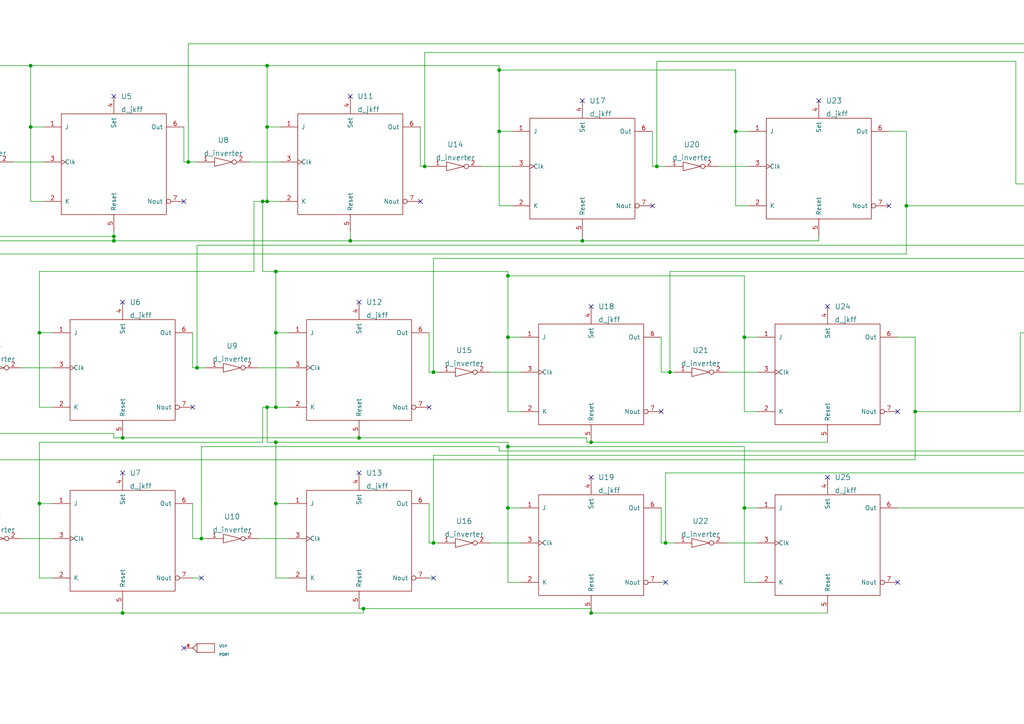
<source format=kicad_sch>
(kicad_sch (version 20211123) (generator eeschema)

  (uuid 25eff4c2-cab6-4906-bdd2-c16abb478e40)

  (paper "A4")

  (lib_symbols
    (symbol "eSim_Digital:d_inverter" (pin_names (offset 1.016)) (in_bom yes) (on_board yes)
      (property "Reference" "U" (id 0) (at 0 -2.54 0)
        (effects (font (size 1.524 1.524)))
      )
      (property "Value" "d_inverter" (id 1) (at 0 3.81 0)
        (effects (font (size 1.524 1.524)))
      )
      (property "Footprint" "" (id 2) (at 1.27 -1.27 0)
        (effects (font (size 1.524 1.524)))
      )
      (property "Datasheet" "" (id 3) (at 1.27 -1.27 0)
        (effects (font (size 1.524 1.524)))
      )
      (symbol "d_inverter_0_1"
        (polyline
          (pts
            (xy -2.54 1.27)
            (xy -2.54 -1.27)
            (xy 2.54 0)
            (xy -2.54 1.27)
          )
          (stroke (width 0) (type default) (color 0 0 0 0))
          (fill (type none))
        )
      )
      (symbol "d_inverter_1_1"
        (pin input line (at -7.62 0 0) (length 5.08)
          (name "~" (effects (font (size 1.27 1.27))))
          (number "1" (effects (font (size 1.27 1.27))))
        )
        (pin output inverted (at 7.62 0 180) (length 5.08)
          (name "~" (effects (font (size 1.27 1.27))))
          (number "2" (effects (font (size 1.27 1.27))))
        )
      )
    )
    (symbol "eSim_Digital:d_jkff" (pin_names (offset 1.016)) (in_bom yes) (on_board yes)
      (property "Reference" "U" (id 0) (at 0 0 0)
        (effects (font (size 1.524 1.524)))
      )
      (property "Value" "d_jkff" (id 1) (at 1.27 3.81 0)
        (effects (font (size 1.524 1.524)))
      )
      (property "Footprint" "" (id 2) (at 0 0 0)
        (effects (font (size 1.524 1.524)))
      )
      (property "Datasheet" "" (id 3) (at 0 0 0)
        (effects (font (size 1.524 1.524)))
      )
      (symbol "d_jkff_0_1"
        (rectangle (start 15.24 13.97) (end -15.24 -15.24)
          (stroke (width 0) (type default) (color 0 0 0 0))
          (fill (type none))
        )
      )
      (symbol "d_jkff_1_1"
        (pin input line (at -20.32 10.16 0) (length 5.08)
          (name "J" (effects (font (size 1.27 1.27))))
          (number "1" (effects (font (size 1.27 1.27))))
        )
        (pin input line (at -20.32 -11.43 0) (length 5.08)
          (name "K" (effects (font (size 1.27 1.27))))
          (number "2" (effects (font (size 1.27 1.27))))
        )
        (pin input clock (at -20.32 0 0) (length 5.08)
          (name "Clk" (effects (font (size 1.27 1.27))))
          (number "3" (effects (font (size 1.27 1.27))))
        )
        (pin input line (at 0 19.05 270) (length 5.08)
          (name "Set" (effects (font (size 1.27 1.27))))
          (number "4" (effects (font (size 1.27 1.27))))
        )
        (pin input line (at 0 -20.32 90) (length 5.08)
          (name "Reset" (effects (font (size 1.27 1.27))))
          (number "5" (effects (font (size 1.27 1.27))))
        )
        (pin output line (at 20.32 10.16 180) (length 5.08)
          (name "Out" (effects (font (size 1.27 1.27))))
          (number "6" (effects (font (size 1.27 1.27))))
        )
        (pin output inverted (at 20.32 -11.43 180) (length 5.08)
          (name "Nout" (effects (font (size 1.27 1.27))))
          (number "7" (effects (font (size 1.27 1.27))))
        )
      )
    )
    (symbol "eSim_Miscellaneous:PORT" (pin_names (offset 1.016)) (in_bom yes) (on_board yes)
      (property "Reference" "U" (id 0) (at 1.27 2.54 0)
        (effects (font (size 0.762 0.762)))
      )
      (property "Value" "PORT" (id 1) (at 0 0 0)
        (effects (font (size 0.762 0.762)))
      )
      (property "Footprint" "" (id 2) (at 0 0 0)
        (effects (font (size 1.524 1.524)))
      )
      (property "Datasheet" "" (id 3) (at 0 0 0)
        (effects (font (size 1.524 1.524)))
      )
      (symbol "PORT_0_1"
        (rectangle (start -2.54 1.27) (end 2.54 -1.27)
          (stroke (width 0) (type default) (color 0 0 0 0))
          (fill (type none))
        )
        (arc (start 2.54 1.27) (mid 3.1355 0.5955) (end 3.81 0)
          (stroke (width 0) (type default) (color 0 0 0 0))
          (fill (type none))
        )
        (arc (start 3.81 0) (mid 3.1447 -0.6046) (end 2.54 -1.27)
          (stroke (width 0) (type default) (color 0 0 0 0))
          (fill (type none))
        )
      )
      (symbol "PORT_1_1"
        (pin bidirectional line (at 6.35 0 180) (length 2.54)
          (name "~" (effects (font (size 0.762 0.762))))
          (number "1" (effects (font (size 0.762 0.762))))
        )
      )
      (symbol "PORT_2_1"
        (pin bidirectional line (at 6.35 0 180) (length 2.54)
          (name "~" (effects (font (size 0.762 0.762))))
          (number "2" (effects (font (size 0.762 0.762))))
        )
      )
      (symbol "PORT_3_1"
        (pin bidirectional line (at 6.35 0 180) (length 2.54)
          (name "~" (effects (font (size 0.762 0.762))))
          (number "3" (effects (font (size 0.762 0.762))))
        )
      )
      (symbol "PORT_4_1"
        (pin bidirectional line (at 6.35 0 180) (length 2.54)
          (name "~" (effects (font (size 0.762 0.762))))
          (number "4" (effects (font (size 0.762 0.762))))
        )
      )
      (symbol "PORT_5_1"
        (pin bidirectional line (at 6.35 0 180) (length 2.54)
          (name "~" (effects (font (size 0.762 0.762))))
          (number "5" (effects (font (size 0.762 0.762))))
        )
      )
      (symbol "PORT_6_1"
        (pin bidirectional line (at 6.35 0 180) (length 2.54)
          (name "~" (effects (font (size 0.762 0.762))))
          (number "6" (effects (font (size 0.762 0.762))))
        )
      )
      (symbol "PORT_7_1"
        (pin bidirectional line (at 6.35 0 180) (length 2.54)
          (name "~" (effects (font (size 0.762 0.762))))
          (number "7" (effects (font (size 0.762 0.762))))
        )
      )
      (symbol "PORT_8_1"
        (pin bidirectional line (at 6.35 0 180) (length 2.54)
          (name "~" (effects (font (size 0.762 0.762))))
          (number "8" (effects (font (size 0.762 0.762))))
        )
      )
      (symbol "PORT_9_1"
        (pin bidirectional line (at 6.35 0 180) (length 2.54)
          (name "~" (effects (font (size 0.762 0.762))))
          (number "9" (effects (font (size 0.762 0.762))))
        )
      )
      (symbol "PORT_10_1"
        (pin bidirectional line (at 6.35 0 180) (length 2.54)
          (name "~" (effects (font (size 0.762 0.762))))
          (number "10" (effects (font (size 0.762 0.762))))
        )
      )
      (symbol "PORT_11_1"
        (pin bidirectional line (at 6.35 0 180) (length 2.54)
          (name "~" (effects (font (size 0.762 0.762))))
          (number "11" (effects (font (size 0.762 0.762))))
        )
      )
      (symbol "PORT_12_1"
        (pin bidirectional line (at 6.35 0 180) (length 2.54)
          (name "~" (effects (font (size 0.762 0.762))))
          (number "12" (effects (font (size 0.762 0.762))))
        )
      )
      (symbol "PORT_13_1"
        (pin bidirectional line (at 6.35 0 180) (length 2.54)
          (name "~" (effects (font (size 0.762 0.762))))
          (number "13" (effects (font (size 0.762 0.762))))
        )
      )
      (symbol "PORT_14_1"
        (pin bidirectional line (at 6.35 0 180) (length 2.54)
          (name "~" (effects (font (size 0.762 0.762))))
          (number "14" (effects (font (size 0.762 0.762))))
        )
      )
      (symbol "PORT_15_1"
        (pin bidirectional line (at 6.35 0 180) (length 2.54)
          (name "~" (effects (font (size 0.762 0.762))))
          (number "15" (effects (font (size 0.762 0.762))))
        )
      )
      (symbol "PORT_16_1"
        (pin bidirectional line (at 6.35 0 180) (length 2.54)
          (name "~" (effects (font (size 0.762 0.762))))
          (number "16" (effects (font (size 0.762 0.762))))
        )
      )
      (symbol "PORT_17_1"
        (pin bidirectional line (at 6.35 0 180) (length 2.54)
          (name "~" (effects (font (size 0.762 0.762))))
          (number "17" (effects (font (size 0.762 0.762))))
        )
      )
      (symbol "PORT_18_1"
        (pin bidirectional line (at 6.35 0 180) (length 2.54)
          (name "~" (effects (font (size 0.762 0.762))))
          (number "18" (effects (font (size 0.762 0.762))))
        )
      )
      (symbol "PORT_19_1"
        (pin bidirectional line (at 6.35 0 180) (length 2.54)
          (name "~" (effects (font (size 0.762 0.762))))
          (number "19" (effects (font (size 0.762 0.762))))
        )
      )
      (symbol "PORT_20_1"
        (pin bidirectional line (at 6.35 0 180) (length 2.54)
          (name "~" (effects (font (size 0.762 0.762))))
          (number "20" (effects (font (size 0.762 0.762))))
        )
      )
      (symbol "PORT_21_1"
        (pin bidirectional line (at 6.35 0 180) (length 2.54)
          (name "~" (effects (font (size 0.762 0.762))))
          (number "21" (effects (font (size 0.762 0.762))))
        )
      )
      (symbol "PORT_22_1"
        (pin bidirectional line (at 6.35 0 180) (length 2.54)
          (name "~" (effects (font (size 0.762 0.762))))
          (number "22" (effects (font (size 0.762 0.762))))
        )
      )
      (symbol "PORT_23_1"
        (pin bidirectional line (at 6.35 0 180) (length 2.54)
          (name "~" (effects (font (size 0.762 0.762))))
          (number "23" (effects (font (size 0.762 0.762))))
        )
      )
      (symbol "PORT_24_1"
        (pin bidirectional line (at 6.35 0 180) (length 2.54)
          (name "~" (effects (font (size 0.762 0.762))))
          (number "24" (effects (font (size 0.762 0.762))))
        )
      )
      (symbol "PORT_25_1"
        (pin bidirectional line (at 6.35 0 180) (length 2.54)
          (name "~" (effects (font (size 0.762 0.762))))
          (number "25" (effects (font (size 0.762 0.762))))
        )
      )
      (symbol "PORT_26_1"
        (pin bidirectional line (at 6.35 0 180) (length 2.54)
          (name "~" (effects (font (size 0.762 0.762))))
          (number "26" (effects (font (size 0.762 0.762))))
        )
      )
    )
  )

  (junction (at 101.6 69.85) (diameter 0) (color 0 0 0 0)
    (uuid 023bd9a1-b1d9-452e-954e-2a7de1308593)
  )
  (junction (at 147.32 97.79) (diameter 0) (color 0 0 0 0)
    (uuid 04c81a1e-be2f-4a0c-9216-e6c18929dc50)
  )
  (junction (at 77.47 36.83) (diameter 0) (color 0 0 0 0)
    (uuid 090a6305-0716-4505-8692-2b71c31330e1)
  )
  (junction (at -13.97 125.73) (diameter 0) (color 0 0 0 0)
    (uuid 0e0d65d6-a981-4570-b49a-0d0a2c0589bb)
  )
  (junction (at 190.5 48.26) (diameter 0) (color 0 0 0 0)
    (uuid 0f68c48e-fcaf-4b79-bdff-df0cf2d988fb)
  )
  (junction (at 213.36 38.1) (diameter 0) (color 0 0 0 0)
    (uuid 1006c8d9-472b-4f51-b0e5-e1e46d0b2327)
  )
  (junction (at 77.47 58.42) (diameter 0) (color 0 0 0 0)
    (uuid 169ed146-9716-42e6-a75e-7296e9f1ad54)
  )
  (junction (at 76.2 58.42) (diameter 0) (color 0 0 0 0)
    (uuid 1811ef7d-3544-47ac-9584-a223b5f0fd25)
  )
  (junction (at 144.78 20.32) (diameter 0) (color 0 0 0 0)
    (uuid 2c80ec2f-34e2-484e-aa98-d764324b502b)
  )
  (junction (at 144.78 38.1) (diameter 0) (color 0 0 0 0)
    (uuid 3463dcc3-42f5-4b79-9854-edf5c80f6176)
  )
  (junction (at 215.9 97.79) (diameter 0) (color 0 0 0 0)
    (uuid 34d7c513-2ccd-41e4-a4fe-ce14aad5dcac)
  )
  (junction (at 35.56 177.8) (diameter 0) (color 0 0 0 0)
    (uuid 3b79f2b8-af57-4ba3-92be-fdcae89831f7)
  )
  (junction (at 125.73 157.48) (diameter 0) (color 0 0 0 0)
    (uuid 3c1deec1-e7a0-45be-836e-6024511998c2)
  )
  (junction (at 194.31 107.95) (diameter 0) (color 0 0 0 0)
    (uuid 43db0656-0213-4e44-aec6-dd059fbab752)
  )
  (junction (at 33.02 68.58) (diameter 0) (color 0 0 0 0)
    (uuid 471321bf-ca1d-4580-b0ea-22311043381e)
  )
  (junction (at 8.89 19.05) (diameter 0) (color 0 0 0 0)
    (uuid 54c2bcfe-8cfd-4957-945e-c57e0750ae20)
  )
  (junction (at 77.47 19.05) (diameter 0) (color 0 0 0 0)
    (uuid 5a8ca64f-c86f-44ff-9d87-ff47ea3e84dd)
  )
  (junction (at 147.32 129.54) (diameter 0) (color 0 0 0 0)
    (uuid 5d7b43fb-83cb-46c4-b5ab-98023f9a9a99)
  )
  (junction (at 80.01 146.05) (diameter 0) (color 0 0 0 0)
    (uuid 671773b3-bfef-4181-985e-7486f9ef5af4)
  )
  (junction (at 54.61 46.99) (diameter 0) (color 0 0 0 0)
    (uuid 6959e490-ac0e-43b9-8cf3-c6348e2457d0)
  )
  (junction (at 171.45 177.8) (diameter 0) (color 0 0 0 0)
    (uuid 7c4ad424-c986-4eb8-b626-5c49a84d6369)
  )
  (junction (at 193.04 157.48) (diameter 0) (color 0 0 0 0)
    (uuid 7f073ad4-8891-45ab-bebe-d05f1d230974)
  )
  (junction (at 11.43 146.05) (diameter 0) (color 0 0 0 0)
    (uuid 8b2ffe03-3840-4e02-8552-e99081818a88)
  )
  (junction (at 171.45 128.27) (diameter 0) (color 0 0 0 0)
    (uuid 9756b1a1-6c4a-4137-94eb-75c874333bdf)
  )
  (junction (at 147.32 80.01) (diameter 0) (color 0 0 0 0)
    (uuid 9b44d8d1-a2b1-4d74-ae5f-e314df753031)
  )
  (junction (at 265.43 119.38) (diameter 0) (color 0 0 0 0)
    (uuid a4bbcf89-6de3-406f-9bb3-75874cb94171)
  )
  (junction (at 57.15 106.68) (diameter 0) (color 0 0 0 0)
    (uuid aed86ba4-eac3-45f7-b167-ec79a587f239)
  )
  (junction (at 215.9 147.32) (diameter 0) (color 0 0 0 0)
    (uuid b11c9ad7-d7c1-4021-ba65-efe5889b3ccc)
  )
  (junction (at 123.19 48.26) (diameter 0) (color 0 0 0 0)
    (uuid bba4bd6e-813a-4e33-9037-eb2714854525)
  )
  (junction (at 262.89 59.69) (diameter 0) (color 0 0 0 0)
    (uuid c0d473b3-1b81-47f5-b4b7-d8e199319bab)
  )
  (junction (at 80.01 118.11) (diameter 0) (color 0 0 0 0)
    (uuid ce37c8e5-a885-4237-9060-8bc66dcc2693)
  )
  (junction (at 80.01 128.27) (diameter 0) (color 0 0 0 0)
    (uuid d0323a3e-7a11-4af3-908c-c20355c8591a)
  )
  (junction (at 33.02 69.85) (diameter 0) (color 0 0 0 0)
    (uuid d5b71aa2-7b3e-445f-b482-807e004bb26f)
  )
  (junction (at 35.56 127) (diameter 0) (color 0 0 0 0)
    (uuid da8e97a5-525b-439d-b67f-3cd195e5f1b6)
  )
  (junction (at 77.47 118.11) (diameter 0) (color 0 0 0 0)
    (uuid df3fb61e-006f-4ddc-95c7-ec79088c3f99)
  )
  (junction (at 104.14 127) (diameter 0) (color 0 0 0 0)
    (uuid e11d8f6e-e4ff-4b78-8420-73e51dfe32b1)
  )
  (junction (at 80.01 78.74) (diameter 0) (color 0 0 0 0)
    (uuid e379d532-8d39-4c6a-8afe-2161eaefb877)
  )
  (junction (at 125.73 107.95) (diameter 0) (color 0 0 0 0)
    (uuid e4eadda2-30ee-4d0e-8ade-e8ba9f67001e)
  )
  (junction (at 105.41 176.53) (diameter 0) (color 0 0 0 0)
    (uuid e4ffb201-3638-497a-9732-93257c73a2d3)
  )
  (junction (at 80.01 96.52) (diameter 0) (color 0 0 0 0)
    (uuid e681e516-1c1b-483a-b9b3-91ccdbc91f90)
  )
  (junction (at 168.91 69.85) (diameter 0) (color 0 0 0 0)
    (uuid e6a5065e-8b4f-4779-aba5-dc831371ed53)
  )
  (junction (at 11.43 96.52) (diameter 0) (color 0 0 0 0)
    (uuid e731414a-2920-4126-a74c-0f79bacb9db5)
  )
  (junction (at 8.89 36.83) (diameter 0) (color 0 0 0 0)
    (uuid e98592f1-9a0e-417f-b20e-59d36ce210a3)
  )
  (junction (at 58.42 156.21) (diameter 0) (color 0 0 0 0)
    (uuid eeb4e0f6-bf41-498b-9d8f-1f5b75cf8500)
  )
  (junction (at 147.32 147.32) (diameter 0) (color 0 0 0 0)
    (uuid f67fd9ed-767e-4f8b-a46d-985080c0ab57)
  )

  (no_connect (at 53.34 58.42) (uuid 00162ec8-6e0f-4803-b6f0-a1036674b09f))
  (no_connect (at 58.42 167.64) (uuid 0052442d-3fd7-425c-9c1f-0982e7b66f58))
  (no_connect (at 125.73 167.64) (uuid 06cc0884-3433-4a83-a44f-5412d327efbf))
  (no_connect (at 171.45 138.43) (uuid 14337b37-0acf-44e3-b517-021d6fcdd745))
  (no_connect (at 237.49 29.21) (uuid 3ac0f5bb-fcf6-4f3d-9b88-2c5aa11c470f))
  (no_connect (at 104.14 137.16) (uuid 3c3e9c5d-f858-4887-92b6-cf7bd871e324))
  (no_connect (at 189.23 59.69) (uuid 400cb216-f9cf-40c7-9672-0b0f33f652c0))
  (no_connect (at 171.45 88.9) (uuid 61d15391-a6fb-4b03-9b1e-39fec4fe451a))
  (no_connect (at 240.03 138.43) (uuid 6e993302-1a05-4e12-b369-530d29442af6))
  (no_connect (at 260.35 168.91) (uuid 6fcc35c2-3d14-410c-b927-350739a69cf7))
  (no_connect (at 121.92 58.42) (uuid 85b2e3f9-6479-4cd3-a404-a1781bb62b48))
  (no_connect (at 33.02 27.94) (uuid 8a61c304-7e6a-4943-a101-70f0c9ab5366))
  (no_connect (at 55.88 118.11) (uuid 940cba8e-eed2-4c42-8a0c-7abeeac38cd6))
  (no_connect (at 104.14 87.63) (uuid 97f8b03f-8e06-4aaa-9a42-f8d093ccc41d))
  (no_connect (at 35.56 137.16) (uuid 9d276a66-3235-4191-b3ce-2ff610cafd17))
  (no_connect (at 191.77 119.38) (uuid a044b19b-d2ce-4833-ab13-fac37b795ef8))
  (no_connect (at 257.81 59.69) (uuid b50ba047-438e-4270-beda-1bb85deefede))
  (no_connect (at 35.56 87.63) (uuid b7ee49cd-5367-4913-b924-c19f704a1242))
  (no_connect (at 53.34 187.96) (uuid c320ab17-8f5c-4b9f-a60a-25fb5f430c2a))
  (no_connect (at 124.46 118.11) (uuid c5c70491-456c-4778-8c07-a28f7af5c2ec))
  (no_connect (at 193.04 168.91) (uuid d213e5b1-635f-4eb0-8df9-6c76bd1088f0))
  (no_connect (at 240.03 88.9) (uuid de2b9c77-3ec2-400c-89c0-c415951f206d))
  (no_connect (at 101.6 27.94) (uuid e23bbae7-b471-4e06-86f8-58518b0ec9ba))
  (no_connect (at 168.91 29.21) (uuid e389fa15-50fc-4164-a667-6f4b247d9452))
  (no_connect (at 260.35 119.38) (uuid eafde0d2-8f6c-42a1-84b7-792fa2fb1699))

  (wire (pts (xy 215.9 97.79) (xy 215.9 119.38))
    (stroke (width 0) (type default) (color 0 0 0 0))
    (uuid 0101855e-5906-47a5-8bad-cd527c12feb5)
  )
  (wire (pts (xy 77.47 36.83) (xy 77.47 58.42))
    (stroke (width 0) (type default) (color 0 0 0 0))
    (uuid 01280184-0357-4f06-95da-7f77d00d9234)
  )
  (wire (pts (xy 33.02 67.31) (xy 33.02 68.58))
    (stroke (width 0) (type default) (color 0 0 0 0))
    (uuid 03f75aa8-be88-4376-9db8-a804b1142295)
  )
  (wire (pts (xy 77.47 128.27) (xy 80.01 128.27))
    (stroke (width 0) (type default) (color 0 0 0 0))
    (uuid 044c4dec-7ec2-442a-a7cb-1861064947e9)
  )
  (wire (pts (xy 124.46 96.52) (xy 124.46 107.95))
    (stroke (width 0) (type default) (color 0 0 0 0))
    (uuid 04bdcb0f-48d0-476d-b4b2-6f95b04c2296)
  )
  (wire (pts (xy 215.9 97.79) (xy 219.71 97.79))
    (stroke (width 0) (type default) (color 0 0 0 0))
    (uuid 0560e47a-2be8-4508-aaee-0347ae28a24c)
  )
  (wire (pts (xy 295.91 119.38) (xy 295.91 96.52))
    (stroke (width 0) (type default) (color 0 0 0 0))
    (uuid 060e9864-315a-44bb-b3d7-b7fe70c9ceb8)
  )
  (wire (pts (xy 147.32 78.74) (xy 147.32 80.01))
    (stroke (width 0) (type default) (color 0 0 0 0))
    (uuid 07169265-4b6f-4c44-b9f7-e4be40ff0e3f)
  )
  (wire (pts (xy -34.29 46.99) (xy -11.43 46.99))
    (stroke (width 0) (type default) (color 0 0 0 0))
    (uuid 0979964e-58a8-4402-9193-a66e19f87830)
  )
  (wire (pts (xy -13.97 125.73) (xy 33.02 125.73))
    (stroke (width 0) (type default) (color 0 0 0 0))
    (uuid 098cfaa1-0e71-4508-a92b-0159ff7c75e1)
  )
  (wire (pts (xy 213.36 38.1) (xy 213.36 59.69))
    (stroke (width 0) (type default) (color 0 0 0 0))
    (uuid 09af0663-1ef4-476b-9b40-f8fb617cd828)
  )
  (wire (pts (xy 104.14 176.53) (xy 105.41 176.53))
    (stroke (width 0) (type default) (color 0 0 0 0))
    (uuid 0a543e63-02b4-4551-bf6e-5cb6f7132356)
  )
  (wire (pts (xy -44.45 43.18) (xy -44.45 19.05))
    (stroke (width 0) (type default) (color 0 0 0 0))
    (uuid 0e6ed1a2-df8a-4f69-86e1-982d50b77695)
  )
  (wire (pts (xy 265.43 119.38) (xy 295.91 119.38))
    (stroke (width 0) (type default) (color 0 0 0 0))
    (uuid 11263f5c-1b46-4f4b-bbd9-bf998ce5eaee)
  )
  (wire (pts (xy 76.2 58.42) (xy 77.47 58.42))
    (stroke (width 0) (type default) (color 0 0 0 0))
    (uuid 11a9d98f-f0f9-4a46-b827-3786ac73fab6)
  )
  (wire (pts (xy 295.91 96.52) (xy 355.6 96.52))
    (stroke (width 0) (type default) (color 0 0 0 0))
    (uuid 12527e88-ad6f-4da5-9bec-da2745cd3819)
  )
  (wire (pts (xy 76.2 128.27) (xy 76.2 118.11))
    (stroke (width 0) (type default) (color 0 0 0 0))
    (uuid 13cf518e-162a-43e3-a8e7-ae7f6510be7a)
  )
  (wire (pts (xy 11.43 128.27) (xy 76.2 128.27))
    (stroke (width 0) (type default) (color 0 0 0 0))
    (uuid 14a960d8-1079-49df-94ab-d569422f4e75)
  )
  (wire (pts (xy 213.36 38.1) (xy 217.17 38.1))
    (stroke (width 0) (type default) (color 0 0 0 0))
    (uuid 15554e36-5573-4d7f-843f-356b53ce8481)
  )
  (wire (pts (xy 219.71 168.91) (xy 215.9 168.91))
    (stroke (width 0) (type default) (color 0 0 0 0))
    (uuid 177606b9-9b4c-446c-ba56-3257d31de121)
  )
  (wire (pts (xy 6.35 156.21) (xy 15.24 156.21))
    (stroke (width 0) (type default) (color 0 0 0 0))
    (uuid 18231f50-fe76-4d81-8efc-21c671627781)
  )
  (wire (pts (xy 80.01 78.74) (xy 80.01 96.52))
    (stroke (width 0) (type default) (color 0 0 0 0))
    (uuid 19847052-e1e9-4db7-a859-9492d8a7861b)
  )
  (wire (pts (xy 194.31 78.74) (xy 194.31 107.95))
    (stroke (width 0) (type default) (color 0 0 0 0))
    (uuid 1a67319d-033f-476d-a97c-eb33cc69206f)
  )
  (wire (pts (xy 11.43 96.52) (xy 11.43 118.11))
    (stroke (width 0) (type default) (color 0 0 0 0))
    (uuid 1a8605b8-1759-4512-a990-6186d18a5a20)
  )
  (wire (pts (xy -13.97 125.73) (xy -13.97 177.8))
    (stroke (width 0) (type default) (color 0 0 0 0))
    (uuid 1ab9c873-a849-4426-8d86-9f5d1c4b55a5)
  )
  (wire (pts (xy 217.17 59.69) (xy 213.36 59.69))
    (stroke (width 0) (type default) (color 0 0 0 0))
    (uuid 1abf33aa-ceb7-46af-9dce-a7aec90e1cbc)
  )
  (wire (pts (xy 125.73 132.08) (xy 307.34 132.08))
    (stroke (width 0) (type default) (color 0 0 0 0))
    (uuid 1c9c5d6b-6d6f-4dbb-99ca-ae58336fe598)
  )
  (wire (pts (xy 124.46 167.64) (xy 125.73 167.64))
    (stroke (width 0) (type default) (color 0 0 0 0))
    (uuid 1dc4929e-52cc-4d3a-a1d0-21c7a72be7b5)
  )
  (wire (pts (xy -44.45 19.05) (xy 8.89 19.05))
    (stroke (width 0) (type default) (color 0 0 0 0))
    (uuid 1dfe8e9c-e90b-49be-994f-d6cd4ccfcc46)
  )
  (wire (pts (xy 193.04 157.48) (xy 195.58 157.48))
    (stroke (width 0) (type default) (color 0 0 0 0))
    (uuid 1e5f171b-d8a8-4bf5-a9f7-abd349087119)
  )
  (wire (pts (xy 191.77 147.32) (xy 191.77 157.48))
    (stroke (width 0) (type default) (color 0 0 0 0))
    (uuid 1ed9af33-e80a-45c6-aaea-18a494e2a6b0)
  )
  (wire (pts (xy 125.73 107.95) (xy 127 107.95))
    (stroke (width 0) (type default) (color 0 0 0 0))
    (uuid 1ee9b954-0913-4023-a4f5-efc3aba6c0d1)
  )
  (wire (pts (xy 77.47 36.83) (xy 81.28 36.83))
    (stroke (width 0) (type default) (color 0 0 0 0))
    (uuid 1ef73047-bb95-412b-839c-18b8a0c45f69)
  )
  (wire (pts (xy 73.66 78.74) (xy 73.66 58.42))
    (stroke (width 0) (type default) (color 0 0 0 0))
    (uuid 1f05ea82-5da2-477d-ab09-bc8e737381ad)
  )
  (wire (pts (xy 168.91 68.58) (xy 168.91 69.85))
    (stroke (width 0) (type default) (color 0 0 0 0))
    (uuid 208dc95a-8fe9-48c9-a3a4-d6ab83d8902f)
  )
  (wire (pts (xy 307.34 132.08) (xy 307.34 113.03))
    (stroke (width 0) (type default) (color 0 0 0 0))
    (uuid 2152ed3b-dac0-4607-b8f2-9334ff944d98)
  )
  (wire (pts (xy 124.46 146.05) (xy 124.46 157.48))
    (stroke (width 0) (type default) (color 0 0 0 0))
    (uuid 21b83311-0705-4a21-9086-08975b031a63)
  )
  (wire (pts (xy 147.32 128.27) (xy 147.32 129.54))
    (stroke (width 0) (type default) (color 0 0 0 0))
    (uuid 21cfd6da-4a76-4dab-9a18-4e9059c8b980)
  )
  (wire (pts (xy 11.43 146.05) (xy 15.24 146.05))
    (stroke (width 0) (type default) (color 0 0 0 0))
    (uuid 22417bc7-ffb8-46e5-a292-aae4918eabb2)
  )
  (wire (pts (xy 190.5 17.78) (xy 294.64 17.78))
    (stroke (width 0) (type default) (color 0 0 0 0))
    (uuid 2266bece-ac4f-4d49-8f36-5eca73828d81)
  )
  (wire (pts (xy 307.34 39.37) (xy 349.25 39.37))
    (stroke (width 0) (type default) (color 0 0 0 0))
    (uuid 23154772-857f-446f-be12-d0dc4152bf1e)
  )
  (wire (pts (xy 311.15 120.65) (xy 344.17 120.65))
    (stroke (width 0) (type default) (color 0 0 0 0))
    (uuid 23f6af21-933b-44e7-810c-3cb6b60cfe41)
  )
  (wire (pts (xy 189.23 38.1) (xy 189.23 48.26))
    (stroke (width 0) (type default) (color 0 0 0 0))
    (uuid 25be1f64-33e0-49aa-86a6-e7e6c158f69a)
  )
  (wire (pts (xy 55.88 106.68) (xy 57.15 106.68))
    (stroke (width 0) (type default) (color 0 0 0 0))
    (uuid 2652bf4d-d23e-4da5-8c7e-662df2a3e707)
  )
  (wire (pts (xy 144.78 20.32) (xy 213.36 20.32))
    (stroke (width 0) (type default) (color 0 0 0 0))
    (uuid 26a0959e-107b-4e7b-86c1-0943e2b07492)
  )
  (wire (pts (xy 260.35 97.79) (xy 265.43 97.79))
    (stroke (width 0) (type default) (color 0 0 0 0))
    (uuid 26b8e76f-668a-4de9-a3fc-8c6a9c982d8d)
  )
  (wire (pts (xy 142.24 157.48) (xy 151.13 157.48))
    (stroke (width 0) (type default) (color 0 0 0 0))
    (uuid 26c305a5-18e3-4a2b-ad80-beb0409a424e)
  )
  (wire (pts (xy 101.6 69.85) (xy 101.6 67.31))
    (stroke (width 0) (type default) (color 0 0 0 0))
    (uuid 2913d39a-7042-456c-9fc5-92f28f1e102e)
  )
  (wire (pts (xy -46.99 40.64) (xy -46.99 43.18))
    (stroke (width 0) (type default) (color 0 0 0 0))
    (uuid 2a88cb64-ae62-44f7-907a-3e0e9c1c958e)
  )
  (wire (pts (xy 8.89 19.05) (xy 77.47 19.05))
    (stroke (width 0) (type default) (color 0 0 0 0))
    (uuid 2b78d2ce-6fdf-427c-961a-d8371184096f)
  )
  (wire (pts (xy 302.26 104.14) (xy 347.98 104.14))
    (stroke (width 0) (type default) (color 0 0 0 0))
    (uuid 2cfb2191-ce16-490c-854a-ea82bbf8cac6)
  )
  (wire (pts (xy 12.7 58.42) (xy 8.89 58.42))
    (stroke (width 0) (type default) (color 0 0 0 0))
    (uuid 2e459b33-48fa-498e-a488-eeece0594e34)
  )
  (wire (pts (xy 215.9 80.01) (xy 215.9 97.79))
    (stroke (width 0) (type default) (color 0 0 0 0))
    (uuid 2fee0e31-6a82-4cd1-81e6-ebca6ea38927)
  )
  (wire (pts (xy 170.18 128.27) (xy 171.45 128.27))
    (stroke (width 0) (type default) (color 0 0 0 0))
    (uuid 300d8c77-0cde-4046-80f6-6db18fe3608a)
  )
  (wire (pts (xy 121.92 48.26) (xy 123.19 48.26))
    (stroke (width 0) (type default) (color 0 0 0 0))
    (uuid 32ae1e83-d78f-4682-b046-302ecac9bebd)
  )
  (wire (pts (xy 171.45 176.53) (xy 171.45 177.8))
    (stroke (width 0) (type default) (color 0 0 0 0))
    (uuid 33a00e7d-4a2e-436f-8e15-66fbbb9abb24)
  )
  (wire (pts (xy 139.7 48.26) (xy 148.59 48.26))
    (stroke (width 0) (type default) (color 0 0 0 0))
    (uuid 34c9f5f4-69eb-4bbb-8301-4739ec0366cc)
  )
  (wire (pts (xy -8.89 73.66) (xy -8.89 106.68))
    (stroke (width 0) (type default) (color 0 0 0 0))
    (uuid 350739e9-fe41-45c0-9620-5ebae94bc321)
  )
  (wire (pts (xy 171.45 177.8) (xy 240.03 177.8))
    (stroke (width 0) (type default) (color 0 0 0 0))
    (uuid 372ee652-8c50-488c-8213-2731a4e4c3b7)
  )
  (wire (pts (xy 144.78 130.81) (xy 302.26 130.81))
    (stroke (width 0) (type default) (color 0 0 0 0))
    (uuid 3751bba1-8113-4e71-8317-9beebfb2e2a5)
  )
  (wire (pts (xy 58.42 129.54) (xy 144.78 129.54))
    (stroke (width 0) (type default) (color 0 0 0 0))
    (uuid 3b36237a-d549-476d-81c5-2025a20633c2)
  )
  (wire (pts (xy 77.47 118.11) (xy 77.47 128.27))
    (stroke (width 0) (type default) (color 0 0 0 0))
    (uuid 3d3f2435-cba9-4014-91d0-e87d3a025d5e)
  )
  (wire (pts (xy 55.88 96.52) (xy 55.88 106.68))
    (stroke (width 0) (type default) (color 0 0 0 0))
    (uuid 3e087b0a-1250-4ac4-926a-9a061766587c)
  )
  (wire (pts (xy 57.15 71.12) (xy 57.15 106.68))
    (stroke (width 0) (type default) (color 0 0 0 0))
    (uuid 3ec11d0d-b04d-4105-8b95-81bef9ac7f1b)
  )
  (wire (pts (xy -13.97 69.85) (xy 33.02 69.85))
    (stroke (width 0) (type default) (color 0 0 0 0))
    (uuid 3ffbdf2d-bd8a-4a3f-a12b-8534f588c970)
  )
  (wire (pts (xy 262.89 73.66) (xy -8.89 73.66))
    (stroke (width 0) (type default) (color 0 0 0 0))
    (uuid 4195ef42-9f4e-45d1-875d-72df9751c6e7)
  )
  (wire (pts (xy 142.24 107.95) (xy 151.13 107.95))
    (stroke (width 0) (type default) (color 0 0 0 0))
    (uuid 42cd2f87-b869-4229-bee4-c297e3c5f207)
  )
  (wire (pts (xy 190.5 17.78) (xy 190.5 48.26))
    (stroke (width 0) (type default) (color 0 0 0 0))
    (uuid 430a10c5-32d7-4d61-bcc8-a69e1eac633d)
  )
  (wire (pts (xy 147.32 80.01) (xy 215.9 80.01))
    (stroke (width 0) (type default) (color 0 0 0 0))
    (uuid 43f56964-284b-48f3-a178-ff6785218c53)
  )
  (wire (pts (xy 265.43 119.38) (xy 265.43 133.35))
    (stroke (width 0) (type default) (color 0 0 0 0))
    (uuid 44a6c878-0458-42d3-bc3b-3bf6c6ddc023)
  )
  (wire (pts (xy 215.9 147.32) (xy 219.71 147.32))
    (stroke (width 0) (type default) (color 0 0 0 0))
    (uuid 44f6dc93-7dcd-4569-ae28-e35fe3bb9000)
  )
  (wire (pts (xy 11.43 146.05) (xy 11.43 167.64))
    (stroke (width 0) (type default) (color 0 0 0 0))
    (uuid 457057be-b1cc-4d61-a8c2-3426ef628602)
  )
  (wire (pts (xy 35.56 177.8) (xy 105.41 177.8))
    (stroke (width 0) (type default) (color 0 0 0 0))
    (uuid 4688e2fe-a435-48ff-a167-ec57d1c8eb0f)
  )
  (wire (pts (xy 33.02 69.85) (xy 101.6 69.85))
    (stroke (width 0) (type default) (color 0 0 0 0))
    (uuid 4845970b-2949-4621-bef6-c4184ed02283)
  )
  (wire (pts (xy 294.64 53.34) (xy 345.44 53.34))
    (stroke (width 0) (type default) (color 0 0 0 0))
    (uuid 4c5b875b-db14-4b6b-9b7b-24486737aee8)
  )
  (wire (pts (xy 193.04 137.16) (xy 311.15 137.16))
    (stroke (width 0) (type default) (color 0 0 0 0))
    (uuid 4cb6bd1f-6b1b-4873-b871-5f5765affbf2)
  )
  (wire (pts (xy 54.61 12.7) (xy 54.61 46.99))
    (stroke (width 0) (type default) (color 0 0 0 0))
    (uuid 4d3ec3e2-2a30-4745-be29-3793f9ed7a45)
  )
  (wire (pts (xy 215.9 129.54) (xy 215.9 147.32))
    (stroke (width 0) (type default) (color 0 0 0 0))
    (uuid 4f4febb1-f492-451d-b225-7d82050115a3)
  )
  (wire (pts (xy 83.82 167.64) (xy 80.01 167.64))
    (stroke (width 0) (type default) (color 0 0 0 0))
    (uuid 4f6b2a4a-1705-4121-a775-63cc6498ceb3)
  )
  (wire (pts (xy 191.77 168.91) (xy 193.04 168.91))
    (stroke (width 0) (type default) (color 0 0 0 0))
    (uuid 505ed2e0-6033-47f0-b214-ac5f1f9b04e4)
  )
  (wire (pts (xy 77.47 118.11) (xy 80.01 118.11))
    (stroke (width 0) (type default) (color 0 0 0 0))
    (uuid 5120f006-db1a-4140-9184-9a407bf7e6e8)
  )
  (wire (pts (xy -34.29 45.72) (xy -34.29 46.99))
    (stroke (width 0) (type default) (color 0 0 0 0))
    (uuid 51c05ab3-e341-4649-a9c8-1fd128701370)
  )
  (wire (pts (xy -13.97 177.8) (xy 35.56 177.8))
    (stroke (width 0) (type default) (color 0 0 0 0))
    (uuid 527a4625-9903-443e-8a74-d6bdd399edda)
  )
  (wire (pts (xy 312.42 80.01) (xy 349.25 80.01))
    (stroke (width 0) (type default) (color 0 0 0 0))
    (uuid 5413789b-ea45-49c7-9d37-93e19954af2a)
  )
  (wire (pts (xy 74.93 156.21) (xy 83.82 156.21))
    (stroke (width 0) (type default) (color 0 0 0 0))
    (uuid 54d50743-5e17-4ffd-bc23-02c8a65e062e)
  )
  (wire (pts (xy 15.24 118.11) (xy 11.43 118.11))
    (stroke (width 0) (type default) (color 0 0 0 0))
    (uuid 570903ad-c95f-4516-8009-81913ad5cf65)
  )
  (wire (pts (xy 168.91 69.85) (xy 237.49 69.85))
    (stroke (width 0) (type default) (color 0 0 0 0))
    (uuid 58b498a3-18aa-4ccd-a0fb-d1f3aa2eb5ec)
  )
  (wire (pts (xy 54.61 46.99) (xy 57.15 46.99))
    (stroke (width 0) (type default) (color 0 0 0 0))
    (uuid 58be497f-b38c-43e1-8902-ab4d46b246e9)
  )
  (wire (pts (xy 57.15 71.12) (xy 346.71 71.12))
    (stroke (width 0) (type default) (color 0 0 0 0))
    (uuid 594146e5-d16b-429b-901e-885985346ee0)
  )
  (wire (pts (xy 8.89 36.83) (xy 12.7 36.83))
    (stroke (width 0) (type default) (color 0 0 0 0))
    (uuid 5ab3b9cf-4d49-463c-90d9-875dfd7e7cfb)
  )
  (wire (pts (xy 11.43 96.52) (xy 15.24 96.52))
    (stroke (width 0) (type default) (color 0 0 0 0))
    (uuid 5ab5ad25-1735-4bb0-9b84-b26f2a14cd73)
  )
  (wire (pts (xy 80.01 146.05) (xy 80.01 167.64))
    (stroke (width 0) (type default) (color 0 0 0 0))
    (uuid 5abd7276-6436-4234-90e4-831532b7bd57)
  )
  (wire (pts (xy 81.28 58.42) (xy 77.47 58.42))
    (stroke (width 0) (type default) (color 0 0 0 0))
    (uuid 5c66b60e-6da4-4883-8613-ce060edc972d)
  )
  (wire (pts (xy -52.07 68.58) (xy 33.02 68.58))
    (stroke (width 0) (type default) (color 0 0 0 0))
    (uuid 5e0668cf-3d5b-4f90-b12c-87e661a267a4)
  )
  (wire (pts (xy 105.41 177.8) (xy 105.41 176.53))
    (stroke (width 0) (type default) (color 0 0 0 0))
    (uuid 5e632274-e405-4f2a-ae05-90f213f40b68)
  )
  (wire (pts (xy 80.01 96.52) (xy 80.01 118.11))
    (stroke (width 0) (type default) (color 0 0 0 0))
    (uuid 5f3dfef7-eff2-4142-bfd9-c3ca9ecd57cb)
  )
  (wire (pts (xy 151.13 119.38) (xy 147.32 119.38))
    (stroke (width 0) (type default) (color 0 0 0 0))
    (uuid 614bcae6-d477-4312-a263-4a1c45b3a5b6)
  )
  (wire (pts (xy 104.14 127) (xy 170.18 127))
    (stroke (width 0) (type default) (color 0 0 0 0))
    (uuid 6452a376-78d1-4dd7-83d3-cf85c4de7d48)
  )
  (wire (pts (xy 147.32 147.32) (xy 147.32 168.91))
    (stroke (width 0) (type default) (color 0 0 0 0))
    (uuid 64768fe0-87a4-4241-b40f-a605830c5984)
  )
  (wire (pts (xy 219.71 119.38) (xy 215.9 119.38))
    (stroke (width 0) (type default) (color 0 0 0 0))
    (uuid 69ec5788-d8d8-4249-be2d-4523f8e3d865)
  )
  (wire (pts (xy 3.81 46.99) (xy 12.7 46.99))
    (stroke (width 0) (type default) (color 0 0 0 0))
    (uuid 6ef18385-db3a-4ba8-b639-570d8820f8ac)
  )
  (wire (pts (xy 191.77 97.79) (xy 191.77 107.95))
    (stroke (width 0) (type default) (color 0 0 0 0))
    (uuid 6f55224d-ca22-478f-96e9-d69dab17c088)
  )
  (wire (pts (xy 191.77 107.95) (xy 194.31 107.95))
    (stroke (width 0) (type default) (color 0 0 0 0))
    (uuid 712c8dc0-168a-437b-856f-20d682024b1b)
  )
  (wire (pts (xy 8.89 19.05) (xy 8.89 36.83))
    (stroke (width 0) (type default) (color 0 0 0 0))
    (uuid 71607707-0abf-4f67-8099-014073b832c5)
  )
  (wire (pts (xy 151.13 168.91) (xy 147.32 168.91))
    (stroke (width 0) (type default) (color 0 0 0 0))
    (uuid 7176cb7e-66fc-48ed-9a6d-84430b3adb26)
  )
  (wire (pts (xy 11.43 78.74) (xy 73.66 78.74))
    (stroke (width 0) (type default) (color 0 0 0 0))
    (uuid 722bae1d-dd79-45d4-af36-bb66a930e756)
  )
  (wire (pts (xy 144.78 38.1) (xy 144.78 59.69))
    (stroke (width 0) (type default) (color 0 0 0 0))
    (uuid 763f470c-8c58-479e-8533-3ec777da6e79)
  )
  (wire (pts (xy 190.5 48.26) (xy 193.04 48.26))
    (stroke (width 0) (type default) (color 0 0 0 0))
    (uuid 789f1849-21a9-459f-b15e-8f4ee1b2b30c)
  )
  (wire (pts (xy 317.5 147.32) (xy 317.5 132.08))
    (stroke (width 0) (type default) (color 0 0 0 0))
    (uuid 79506fd9-9744-466f-83d6-1559d91ccea7)
  )
  (wire (pts (xy 148.59 59.69) (xy 144.78 59.69))
    (stroke (width 0) (type default) (color 0 0 0 0))
    (uuid 7d2cd372-3864-46be-966b-f0c5c9145c34)
  )
  (wire (pts (xy 76.2 118.11) (xy 77.47 118.11))
    (stroke (width 0) (type default) (color 0 0 0 0))
    (uuid 7f1b59f9-50e8-4a47-91fc-f7401ebf4538)
  )
  (wire (pts (xy 300.99 15.24) (xy 300.99 46.99))
    (stroke (width 0) (type default) (color 0 0 0 0))
    (uuid 7f407fbc-2632-4a9b-b95b-fe1e227303f6)
  )
  (wire (pts (xy 80.01 78.74) (xy 147.32 78.74))
    (stroke (width 0) (type default) (color 0 0 0 0))
    (uuid 8266f4e7-f0b3-4b61-8abd-2707265fb84a)
  )
  (wire (pts (xy 123.19 48.26) (xy 124.46 48.26))
    (stroke (width 0) (type default) (color 0 0 0 0))
    (uuid 864eef4a-2e23-4ae7-927a-603a9ccc101d)
  )
  (wire (pts (xy 35.56 127) (xy 104.14 127))
    (stroke (width 0) (type default) (color 0 0 0 0))
    (uuid 868286f6-6221-45c1-a954-6e3e3475418a)
  )
  (wire (pts (xy 147.32 147.32) (xy 151.13 147.32))
    (stroke (width 0) (type default) (color 0 0 0 0))
    (uuid 878b2763-f9e6-4e52-bf2b-35199d2f815a)
  )
  (wire (pts (xy 55.88 156.21) (xy 58.42 156.21))
    (stroke (width 0) (type default) (color 0 0 0 0))
    (uuid 89a99f38-6851-4bc3-bf2b-54b6507f1ca5)
  )
  (wire (pts (xy 33.02 68.58) (xy 33.02 69.85))
    (stroke (width 0) (type default) (color 0 0 0 0))
    (uuid 8c521a96-f114-42a2-81eb-acea0ce371fe)
  )
  (wire (pts (xy 83.82 118.11) (xy 80.01 118.11))
    (stroke (width 0) (type default) (color 0 0 0 0))
    (uuid 8e5c9563-97c4-4eee-a188-2261b43bffce)
  )
  (wire (pts (xy 124.46 157.48) (xy 125.73 157.48))
    (stroke (width 0) (type default) (color 0 0 0 0))
    (uuid 8fa4ac45-545f-4ef3-b5ac-904a289498a1)
  )
  (wire (pts (xy 144.78 38.1) (xy 148.59 38.1))
    (stroke (width 0) (type default) (color 0 0 0 0))
    (uuid 907ac71a-02a6-42d5-9dd6-af17964ce0d1)
  )
  (wire (pts (xy 123.19 15.24) (xy 123.19 48.26))
    (stroke (width 0) (type default) (color 0 0 0 0))
    (uuid 95915553-5fa9-49a6-8d8a-b95dfea08ef0)
  )
  (wire (pts (xy 213.36 20.32) (xy 213.36 38.1))
    (stroke (width 0) (type default) (color 0 0 0 0))
    (uuid 9855e50c-3e78-4f21-a35a-76f880949198)
  )
  (wire (pts (xy 80.01 146.05) (xy 83.82 146.05))
    (stroke (width 0) (type default) (color 0 0 0 0))
    (uuid 9b77c092-6c51-4398-8189-2f0566214bc0)
  )
  (wire (pts (xy 58.42 156.21) (xy 59.69 156.21))
    (stroke (width 0) (type default) (color 0 0 0 0))
    (uuid 9c243f9d-66da-433b-a897-dd54dc1180f3)
  )
  (wire (pts (xy 302.26 104.14) (xy 302.26 130.81))
    (stroke (width 0) (type default) (color 0 0 0 0))
    (uuid 9cc0b354-a619-40f0-bc49-60abe933f2e4)
  )
  (wire (pts (xy 11.43 78.74) (xy 11.43 96.52))
    (stroke (width 0) (type default) (color 0 0 0 0))
    (uuid 9cf2e42d-8ae3-4b5e-823c-9d4ed8317ef9)
  )
  (wire (pts (xy 193.04 137.16) (xy 193.04 157.48))
    (stroke (width 0) (type default) (color 0 0 0 0))
    (uuid 9d62115e-2ede-4754-97f0-70529bd9c2e0)
  )
  (wire (pts (xy 311.15 137.16) (xy 311.15 120.65))
    (stroke (width 0) (type default) (color 0 0 0 0))
    (uuid 9d6a2067-f99b-4a34-80e7-a587110a5455)
  )
  (wire (pts (xy 101.6 69.85) (xy 168.91 69.85))
    (stroke (width 0) (type default) (color 0 0 0 0))
    (uuid 9ea8e6b6-cd93-4014-a83b-e9db9758c836)
  )
  (wire (pts (xy 33.02 127) (xy 35.56 127))
    (stroke (width 0) (type default) (color 0 0 0 0))
    (uuid 9f682341-bbd4-4674-a8d6-dc96a3169644)
  )
  (wire (pts (xy 77.47 19.05) (xy 144.78 19.05))
    (stroke (width 0) (type default) (color 0 0 0 0))
    (uuid a278cda1-0832-473c-8c09-ca50ca4956b5)
  )
  (wire (pts (xy 125.73 74.93) (xy 125.73 107.95))
    (stroke (width 0) (type default) (color 0 0 0 0))
    (uuid a3dbba52-b5d2-4e91-8b13-47292a6893a1)
  )
  (wire (pts (xy 80.01 128.27) (xy 80.01 146.05))
    (stroke (width 0) (type default) (color 0 0 0 0))
    (uuid a3f6509b-7088-4440-9617-ce1a6c5ffac4)
  )
  (wire (pts (xy 265.43 133.35) (xy -8.89 133.35))
    (stroke (width 0) (type default) (color 0 0 0 0))
    (uuid a9a857ad-d1b1-4da1-8fa1-41bcc8256d22)
  )
  (wire (pts (xy -54.61 45.72) (xy -34.29 45.72))
    (stroke (width 0) (type default) (color 0 0 0 0))
    (uuid aa74df70-0fa0-47e3-81b4-8b245ac806f0)
  )
  (wire (pts (xy 257.81 38.1) (xy 262.89 38.1))
    (stroke (width 0) (type default) (color 0 0 0 0))
    (uuid aad99d46-8402-40b8-8e45-f6292dc66a1e)
  )
  (wire (pts (xy 80.01 128.27) (xy 147.32 128.27))
    (stroke (width 0) (type default) (color 0 0 0 0))
    (uuid ad0c45b2-e7a0-456c-a2fa-d2d81dc33005)
  )
  (wire (pts (xy 171.45 128.27) (xy 240.03 128.27))
    (stroke (width 0) (type default) (color 0 0 0 0))
    (uuid ad29e3e4-094d-489b-9d01-7b95e7ab52b3)
  )
  (wire (pts (xy 147.32 129.54) (xy 147.32 147.32))
    (stroke (width 0) (type default) (color 0 0 0 0))
    (uuid ae0b0ed4-5fd0-4dad-8d97-1bc30c54ca8f)
  )
  (wire (pts (xy 74.93 106.68) (xy 83.82 106.68))
    (stroke (width 0) (type default) (color 0 0 0 0))
    (uuid af04f5ff-da19-4ad9-be88-d9887d470c79)
  )
  (wire (pts (xy 80.01 96.52) (xy 83.82 96.52))
    (stroke (width 0) (type default) (color 0 0 0 0))
    (uuid af775c90-64ce-47c6-91b6-deedd43a5391)
  )
  (wire (pts (xy 73.66 58.42) (xy 76.2 58.42))
    (stroke (width 0) (type default) (color 0 0 0 0))
    (uuid af92fbc9-ce1f-4737-97c3-65071a24e958)
  )
  (wire (pts (xy 147.32 97.79) (xy 151.13 97.79))
    (stroke (width 0) (type default) (color 0 0 0 0))
    (uuid b0805cc3-1713-4b76-aa70-0019e46c3d8b)
  )
  (wire (pts (xy 189.23 48.26) (xy 190.5 48.26))
    (stroke (width 0) (type default) (color 0 0 0 0))
    (uuid b375b79a-2011-4935-9932-8fbbf891ca2e)
  )
  (wire (pts (xy 265.43 97.79) (xy 265.43 119.38))
    (stroke (width 0) (type default) (color 0 0 0 0))
    (uuid b3a5dbce-bbd1-48fa-becc-bd2b4d3ce4f2)
  )
  (wire (pts (xy 123.19 15.24) (xy 300.99 15.24))
    (stroke (width 0) (type default) (color 0 0 0 0))
    (uuid b652d2f4-014e-473d-9477-4f7672db7e66)
  )
  (wire (pts (xy 306.07 78.74) (xy 306.07 88.9))
    (stroke (width 0) (type default) (color 0 0 0 0))
    (uuid b66fce2b-20ad-4ef6-850a-7d7b9ac1938c)
  )
  (wire (pts (xy 54.61 12.7) (xy 307.34 12.7))
    (stroke (width 0) (type default) (color 0 0 0 0))
    (uuid b7db8409-af5e-4f2c-abc7-f4eb81e3b845)
  )
  (wire (pts (xy 144.78 129.54) (xy 144.78 130.81))
    (stroke (width 0) (type default) (color 0 0 0 0))
    (uuid b80a0b4a-eb18-4b94-a077-793c6722ac67)
  )
  (wire (pts (xy 294.64 17.78) (xy 294.64 53.34))
    (stroke (width 0) (type default) (color 0 0 0 0))
    (uuid ba092ccc-f997-429d-9f17-32ccc579f697)
  )
  (wire (pts (xy 124.46 107.95) (xy 125.73 107.95))
    (stroke (width 0) (type default) (color 0 0 0 0))
    (uuid ba99d53e-3f69-4a95-aa57-2c343c9c05cf)
  )
  (wire (pts (xy 170.18 127) (xy 170.18 128.27))
    (stroke (width 0) (type default) (color 0 0 0 0))
    (uuid bb26c6ce-967b-49d1-a88d-e1a13013ac81)
  )
  (wire (pts (xy 77.47 19.05) (xy 77.47 36.83))
    (stroke (width 0) (type default) (color 0 0 0 0))
    (uuid bb2cf722-ced0-44e4-b7bc-a9fbf7e44fba)
  )
  (wire (pts (xy 144.78 19.05) (xy 144.78 20.32))
    (stroke (width 0) (type default) (color 0 0 0 0))
    (uuid bbf817b0-ae58-4c9a-9558-86f3442331de)
  )
  (wire (pts (xy 76.2 58.42) (xy 76.2 78.74))
    (stroke (width 0) (type default) (color 0 0 0 0))
    (uuid bc7101c2-37a9-4b3b-b661-5712fb125c61)
  )
  (wire (pts (xy 312.42 74.93) (xy 312.42 80.01))
    (stroke (width 0) (type default) (color 0 0 0 0))
    (uuid c03cedec-1f75-4e49-8323-a0e9f42c65fc)
  )
  (wire (pts (xy 317.5 132.08) (xy 351.79 132.08))
    (stroke (width 0) (type default) (color 0 0 0 0))
    (uuid c0d66fec-8b22-4329-8df0-c90667466eaa)
  )
  (wire (pts (xy 191.77 157.48) (xy 193.04 157.48))
    (stroke (width 0) (type default) (color 0 0 0 0))
    (uuid c1660930-1a80-4280-871f-2dbad0bcbae1)
  )
  (wire (pts (xy -48.26 40.64) (xy -46.99 40.64))
    (stroke (width 0) (type default) (color 0 0 0 0))
    (uuid c16b194f-d430-444b-9cd4-4f221d6073ee)
  )
  (wire (pts (xy 260.35 147.32) (xy 317.5 147.32))
    (stroke (width 0) (type default) (color 0 0 0 0))
    (uuid c1e0a2ef-0a94-4af0-916f-0d7c9cf9c1ad)
  )
  (wire (pts (xy 53.34 36.83) (xy 53.34 46.99))
    (stroke (width 0) (type default) (color 0 0 0 0))
    (uuid c2cd6fd3-fca1-4963-b29c-5f6ced2eabe5)
  )
  (wire (pts (xy 125.73 157.48) (xy 127 157.48))
    (stroke (width 0) (type default) (color 0 0 0 0))
    (uuid c3bf946a-fd62-42e7-9976-5aa5782a96e2)
  )
  (wire (pts (xy 210.82 107.95) (xy 219.71 107.95))
    (stroke (width 0) (type default) (color 0 0 0 0))
    (uuid c572d70c-e96e-450a-9331-f39cc4f343ab)
  )
  (wire (pts (xy 125.73 132.08) (xy 125.73 157.48))
    (stroke (width 0) (type default) (color 0 0 0 0))
    (uuid c7629356-6ae5-4f01-8e5a-ff46bc04129f)
  )
  (wire (pts (xy 194.31 107.95) (xy 195.58 107.95))
    (stroke (width 0) (type default) (color 0 0 0 0))
    (uuid cc784105-20b3-4a8d-ae48-c2a1fc25845d)
  )
  (wire (pts (xy 144.78 20.32) (xy 144.78 38.1))
    (stroke (width 0) (type default) (color 0 0 0 0))
    (uuid cfae3903-89ee-4c67-9954-4cbced03d400)
  )
  (wire (pts (xy 215.9 147.32) (xy 215.9 168.91))
    (stroke (width 0) (type default) (color 0 0 0 0))
    (uuid d09d2f79-335b-4a8d-b891-29c426479171)
  )
  (wire (pts (xy 55.88 146.05) (xy 55.88 156.21))
    (stroke (width 0) (type default) (color 0 0 0 0))
    (uuid d2650aee-c362-4457-94c9-3ccca1af176b)
  )
  (wire (pts (xy 147.32 129.54) (xy 215.9 129.54))
    (stroke (width 0) (type default) (color 0 0 0 0))
    (uuid d32a6e9d-d856-418b-abe0-11cf30c8c943)
  )
  (wire (pts (xy -8.89 133.35) (xy -8.89 156.21))
    (stroke (width 0) (type default) (color 0 0 0 0))
    (uuid d32dd4c4-b93c-4e8a-b2fb-ea4230a67269)
  )
  (wire (pts (xy 262.89 59.69) (xy 262.89 73.66))
    (stroke (width 0) (type default) (color 0 0 0 0))
    (uuid d9028488-9b2f-4f28-9a5d-1c445303ea41)
  )
  (wire (pts (xy 306.07 88.9) (xy 353.06 88.9))
    (stroke (width 0) (type default) (color 0 0 0 0))
    (uuid d92da0fb-75b4-43e6-9552-d70b056e5c9f)
  )
  (wire (pts (xy 35.56 176.53) (xy 35.56 177.8))
    (stroke (width 0) (type default) (color 0 0 0 0))
    (uuid dadfb3c9-8822-4c37-8098-54fb3242d9dc)
  )
  (wire (pts (xy 194.31 78.74) (xy 306.07 78.74))
    (stroke (width 0) (type default) (color 0 0 0 0))
    (uuid de4618cc-aa2d-4375-b2e4-6af1f1e4e840)
  )
  (wire (pts (xy 58.42 129.54) (xy 58.42 156.21))
    (stroke (width 0) (type default) (color 0 0 0 0))
    (uuid df50789e-1937-42d9-a64e-37e01db5868f)
  )
  (wire (pts (xy 76.2 78.74) (xy 80.01 78.74))
    (stroke (width 0) (type default) (color 0 0 0 0))
    (uuid e0d5a46c-0f98-4cd6-8ad7-cbe7ab6b92db)
  )
  (wire (pts (xy 210.82 157.48) (xy 219.71 157.48))
    (stroke (width 0) (type default) (color 0 0 0 0))
    (uuid e0edcde8-62e5-4c3d-894d-b5f5ba0e1039)
  )
  (wire (pts (xy 72.39 46.99) (xy 81.28 46.99))
    (stroke (width 0) (type default) (color 0 0 0 0))
    (uuid e4d1b719-2f1d-4ff7-9bff-4fecb60b4287)
  )
  (wire (pts (xy 300.99 46.99) (xy 350.52 46.99))
    (stroke (width 0) (type default) (color 0 0 0 0))
    (uuid e640315a-63e5-49ff-9817-e5f942e32486)
  )
  (wire (pts (xy -46.99 43.18) (xy -44.45 43.18))
    (stroke (width 0) (type default) (color 0 0 0 0))
    (uuid e6ebc25e-78cf-4961-be99-1b3df91f7b3f)
  )
  (wire (pts (xy 57.15 106.68) (xy 59.69 106.68))
    (stroke (width 0) (type default) (color 0 0 0 0))
    (uuid e750be93-fa06-4741-8520-ed49f9ee857b)
  )
  (wire (pts (xy 105.41 176.53) (xy 171.45 176.53))
    (stroke (width 0) (type default) (color 0 0 0 0))
    (uuid ebaa8f4c-eae4-46d1-8001-2768ddc54916)
  )
  (wire (pts (xy 237.49 68.58) (xy 237.49 69.85))
    (stroke (width 0) (type default) (color 0 0 0 0))
    (uuid ecddb0c3-1cca-4a5c-95e2-f7825812ac66)
  )
  (wire (pts (xy 121.92 36.83) (xy 121.92 48.26))
    (stroke (width 0) (type default) (color 0 0 0 0))
    (uuid ee1ae828-a6a7-4934-a9fb-efe00bb4c496)
  )
  (wire (pts (xy 8.89 36.83) (xy 8.89 58.42))
    (stroke (width 0) (type default) (color 0 0 0 0))
    (uuid ee53d397-a9bd-4815-8523-24534b5104af)
  )
  (wire (pts (xy 307.34 113.03) (xy 345.44 113.03))
    (stroke (width 0) (type default) (color 0 0 0 0))
    (uuid ef6d43fa-eb30-46e2-838c-16559716d28c)
  )
  (wire (pts (xy 262.89 38.1) (xy 262.89 59.69))
    (stroke (width 0) (type default) (color 0 0 0 0))
    (uuid efb72a53-06a4-45a4-b397-8fd42229d7f5)
  )
  (wire (pts (xy 262.89 59.69) (xy 346.71 59.69))
    (stroke (width 0) (type default) (color 0 0 0 0))
    (uuid f3d8498e-cef3-402b-8b0e-6210f20aadb0)
  )
  (wire (pts (xy 53.34 46.99) (xy 54.61 46.99))
    (stroke (width 0) (type default) (color 0 0 0 0))
    (uuid f3e44850-fb31-493f-a02f-4e9e22018f6f)
  )
  (wire (pts (xy 307.34 12.7) (xy 307.34 39.37))
    (stroke (width 0) (type default) (color 0 0 0 0))
    (uuid f51a1140-078b-4613-8286-a45d9873cb15)
  )
  (wire (pts (xy 147.32 80.01) (xy 147.32 97.79))
    (stroke (width 0) (type default) (color 0 0 0 0))
    (uuid f605c147-f9c6-4979-92d9-119a99aa07f2)
  )
  (wire (pts (xy 125.73 74.93) (xy 312.42 74.93))
    (stroke (width 0) (type default) (color 0 0 0 0))
    (uuid f6b77865-6645-4007-b506-7897646444fb)
  )
  (wire (pts (xy 147.32 97.79) (xy 147.32 119.38))
    (stroke (width 0) (type default) (color 0 0 0 0))
    (uuid f78926af-4832-49ed-9600-49db0c34fc64)
  )
  (wire (pts (xy -13.97 69.85) (xy -13.97 125.73))
    (stroke (width 0) (type default) (color 0 0 0 0))
    (uuid f9f192d1-cea1-437f-a67d-6ad0fa39274b)
  )
  (wire (pts (xy 11.43 128.27) (xy 11.43 146.05))
    (stroke (width 0) (type default) (color 0 0 0 0))
    (uuid fb1e07ca-58b7-44ad-8cea-af2ca0cac21b)
  )
  (wire (pts (xy 15.24 167.64) (xy 11.43 167.64))
    (stroke (width 0) (type default) (color 0 0 0 0))
    (uuid fd427c84-0ac6-4313-bdd1-394055d21f9e)
  )
  (wire (pts (xy 33.02 125.73) (xy 33.02 127))
    (stroke (width 0) (type default) (color 0 0 0 0))
    (uuid fde49f6e-2eea-4e4a-a479-8f8af1790cc9)
  )
  (wire (pts (xy 208.28 48.26) (xy 217.17 48.26))
    (stroke (width 0) (type default) (color 0 0 0 0))
    (uuid feb6a8ef-3ff6-40d3-8189-277f7e32d9d6)
  )
  (wire (pts (xy 6.35 106.68) (xy 15.24 106.68))
    (stroke (width 0) (type default) (color 0 0 0 0))
    (uuid ff0336b8-8972-47c8-8969-6451644f3090)
  )
  (wire (pts (xy 55.88 167.64) (xy 58.42 167.64))
    (stroke (width 0) (type default) (color 0 0 0 0))
    (uuid ffeb4529-a8a0-4e8d-85ab-37fbe307b776)
  )

  (symbol (lib_id "eSim_Digital:d_jkff") (at 240.03 157.48 0) (unit 1)
    (in_bom yes) (on_board yes) (fields_autoplaced)
    (uuid 0570b2e9-8ea1-4221-bb7f-8aec37410653)
    (property "Reference" "U25" (id 0) (at 242.0494 138.43 0)
      (effects (font (size 1.524 1.524)) (justify left))
    )
    (property "Value" "d_jkff" (id 1) (at 242.0494 142.24 0)
      (effects (font (size 1.524 1.524)) (justify left))
    )
    (property "Footprint" "" (id 2) (at 240.03 157.48 0)
      (effects (font (size 1.524 1.524)))
    )
    (property "Datasheet" "" (id 3) (at 240.03 157.48 0)
      (effects (font (size 1.524 1.524)))
    )
    (pin "1" (uuid 25b752e0-5723-40a1-bc0d-341b47e81c7f))
    (pin "2" (uuid ff20a315-45df-4222-8c55-74d67e3d1c40))
    (pin "3" (uuid 9e00c8ec-66c8-4331-868b-c8d3bf5baec6))
    (pin "4" (uuid 69899a10-c14f-46bb-b1ac-95a2f9118a63))
    (pin "5" (uuid d5e417b2-ec81-4dff-b662-451564d5f9bc))
    (pin "6" (uuid f9676a2c-c19f-4dfe-a928-901924e29908))
    (pin "7" (uuid 1f9a2574-8b89-41d9-9ee8-ec0521424b1b))
  )

  (symbol (lib_id "eSim_Digital:d_inverter") (at -3.81 46.99 0) (unit 1)
    (in_bom yes) (on_board yes) (fields_autoplaced)
    (uuid 13f05885-5c74-4da5-ae37-d090bdb99291)
    (property "Reference" "U2" (id 0) (at -3.81 40.64 0)
      (effects (font (size 1.524 1.524)))
    )
    (property "Value" "d_inverter" (id 1) (at -3.81 44.45 0)
      (effects (font (size 1.524 1.524)))
    )
    (property "Footprint" "" (id 2) (at -2.54 48.26 0)
      (effects (font (size 1.524 1.524)))
    )
    (property "Datasheet" "" (id 3) (at -2.54 48.26 0)
      (effects (font (size 1.524 1.524)))
    )
    (pin "1" (uuid 47a087f3-f70a-4f02-81c7-935db59d529a))
    (pin "2" (uuid 66f2f616-b9cf-4a10-8f67-fa073110d193))
  )

  (symbol (lib_id "eSim_Miscellaneous:PORT") (at 351.79 113.03 180) (unit 14)
    (in_bom yes) (on_board yes) (fields_autoplaced)
    (uuid 2912f0de-2de7-4101-a39c-6929cec6b807)
    (property "Reference" "U1" (id 0) (at 355.6 112.395 0)
      (effects (font (size 0.762 0.762)) (justify right))
    )
    (property "Value" "PORT" (id 1) (at 355.6 114.935 0)
      (effects (font (size 0.762 0.762)) (justify right))
    )
    (property "Footprint" "" (id 2) (at 351.79 113.03 0)
      (effects (font (size 1.524 1.524)))
    )
    (property "Datasheet" "" (id 3) (at 351.79 113.03 0)
      (effects (font (size 1.524 1.524)))
    )
    (pin "1" (uuid b879a1f9-eee2-43b3-ba36-4bbb53b48f87))
    (pin "2" (uuid e708ef0d-c9ec-4f0c-aa0f-03c2c70e3cf5))
    (pin "3" (uuid fd5af8ee-6a35-4a80-9aef-6701ef5e7678))
    (pin "4" (uuid f8cbdbcd-2225-438f-9805-bf4a21b5a9be))
    (pin "5" (uuid 5f00cb14-515e-4fce-aeaa-17b5ffdef474))
    (pin "6" (uuid 168ccf4d-7b97-4923-9bfc-1b2c02a0d464))
    (pin "7" (uuid 4a0632bb-9c1c-495b-9e20-5af22a911965))
    (pin "8" (uuid ef148f1f-666e-458d-acfb-ff283cbf261a))
    (pin "9" (uuid cb18034a-8e2b-42e0-b238-31b76ff6dd7a))
    (pin "10" (uuid 09d5a846-4882-4eee-afcf-44f1c776d364))
    (pin "11" (uuid f7bcb21f-dc5b-4ad9-aaf0-bb0c3180585c))
    (pin "12" (uuid c35ab00d-efdd-4c23-bcc4-09e0289f0e53))
    (pin "13" (uuid e0522522-6055-423c-91b9-aa01d9ed1df1))
    (pin "14" (uuid a6e55c18-3679-4680-bbe5-5ee5904bb6fd))
    (pin "15" (uuid 2b9bed3f-dadc-4a2f-ad53-9b597c9eaadd))
    (pin "16" (uuid 5dd23834-d50f-4583-86d5-ee76f196c627))
    (pin "17" (uuid 6879f89f-57be-40ad-8e21-32f5737ca69f))
    (pin "18" (uuid ceddd920-9090-4c4f-85d6-6ff002e5addf))
    (pin "19" (uuid 9ffcf09f-c9f0-4f47-9552-431675cfaaa7))
    (pin "20" (uuid 125cb029-5233-4e1a-9d92-d52e7b9d7d30))
    (pin "21" (uuid d2ae98d2-c0bd-4d59-8a6f-54f82bb12f58))
    (pin "22" (uuid 1ad4af07-2730-4a99-bc47-7712239417e4))
    (pin "23" (uuid 89cde5fe-6559-4377-8023-bc6ad89e4602))
    (pin "24" (uuid 2cae9166-b35d-47f8-8b4b-af86f03bffc3))
    (pin "25" (uuid f9cf401a-f2ab-4fc9-9bf5-44c4f3535008))
    (pin "26" (uuid 1af34f92-6565-458a-850c-6e3f83076aa5))
  )

  (symbol (lib_id "eSim_Digital:d_jkff") (at 104.14 106.68 0) (unit 1)
    (in_bom yes) (on_board yes) (fields_autoplaced)
    (uuid 31a2a32c-cdd4-4865-bf07-6194540526f1)
    (property "Reference" "U12" (id 0) (at 106.1594 87.63 0)
      (effects (font (size 1.524 1.524)) (justify left))
    )
    (property "Value" "d_jkff" (id 1) (at 106.1594 91.44 0)
      (effects (font (size 1.524 1.524)) (justify left))
    )
    (property "Footprint" "" (id 2) (at 104.14 106.68 0)
      (effects (font (size 1.524 1.524)))
    )
    (property "Datasheet" "" (id 3) (at 104.14 106.68 0)
      (effects (font (size 1.524 1.524)))
    )
    (pin "1" (uuid 88843c36-3b6c-48f0-ad88-3ab446b7eec8))
    (pin "2" (uuid 35cfacc1-073b-4bb2-8d38-e7e294799514))
    (pin "3" (uuid 31f77e30-1507-4620-be0b-9d63784de785))
    (pin "4" (uuid 19d744ec-48ac-425b-819c-b2bb703edf8d))
    (pin "5" (uuid 7df878c7-85d0-466e-bd53-f19d8fbab33b))
    (pin "6" (uuid e7c52800-695c-4683-b1c3-48edddad3611))
    (pin "7" (uuid d7df0718-c568-483a-bf0a-505a486c6f05))
  )

  (symbol (lib_id "eSim_Digital:d_inverter") (at 64.77 46.99 0) (unit 1)
    (in_bom yes) (on_board yes) (fields_autoplaced)
    (uuid 3260bb6a-ea4b-4a12-8661-279ef377acbd)
    (property "Reference" "U8" (id 0) (at 64.77 40.64 0)
      (effects (font (size 1.524 1.524)))
    )
    (property "Value" "d_inverter" (id 1) (at 64.77 44.45 0)
      (effects (font (size 1.524 1.524)))
    )
    (property "Footprint" "" (id 2) (at 66.04 48.26 0)
      (effects (font (size 1.524 1.524)))
    )
    (property "Datasheet" "" (id 3) (at 66.04 48.26 0)
      (effects (font (size 1.524 1.524)))
    )
    (pin "1" (uuid 1ff4f98d-3766-4ede-8465-f0e0eb7fdd57))
    (pin "2" (uuid f575055d-2839-48bc-993d-f31a0cf63580))
  )

  (symbol (lib_id "eSim_Digital:d_inverter") (at -1.27 106.68 0) (unit 1)
    (in_bom yes) (on_board yes) (fields_autoplaced)
    (uuid 39e17b71-3992-44d0-a749-ee6b5c366398)
    (property "Reference" "U3" (id 0) (at -1.27 100.33 0)
      (effects (font (size 1.524 1.524)))
    )
    (property "Value" "d_inverter" (id 1) (at -1.27 104.14 0)
      (effects (font (size 1.524 1.524)))
    )
    (property "Footprint" "" (id 2) (at 0 107.95 0)
      (effects (font (size 1.524 1.524)))
    )
    (property "Datasheet" "" (id 3) (at 0 107.95 0)
      (effects (font (size 1.524 1.524)))
    )
    (pin "1" (uuid 7f1815b2-5dd8-4f06-b604-cbfe25e6661e))
    (pin "2" (uuid d59d04d8-53cb-4458-88b7-fc658dbec955))
  )

  (symbol (lib_id "eSim_Miscellaneous:PORT") (at 59.69 187.96 180) (unit 8)
    (in_bom yes) (on_board yes) (fields_autoplaced)
    (uuid 3d772637-5e83-4e3d-a846-45d5a7bedaa5)
    (property "Reference" "U1" (id 0) (at 63.5 187.325 0)
      (effects (font (size 0.762 0.762)) (justify right))
    )
    (property "Value" "PORT" (id 1) (at 63.5 189.865 0)
      (effects (font (size 0.762 0.762)) (justify right))
    )
    (property "Footprint" "" (id 2) (at 59.69 187.96 0)
      (effects (font (size 1.524 1.524)))
    )
    (property "Datasheet" "" (id 3) (at 59.69 187.96 0)
      (effects (font (size 1.524 1.524)))
    )
    (pin "1" (uuid c5772be5-55bb-4f60-8c51-53259507da66))
    (pin "2" (uuid 3dd53391-829e-406c-bca9-3b5ca7c4488c))
    (pin "3" (uuid bf59358d-a3d6-4f1c-a99c-19a9eaefc96c))
    (pin "4" (uuid 5f0167eb-aaee-46f5-a76f-08116adce3a7))
    (pin "5" (uuid 2ef76907-0e6d-4295-a87b-efab6c975bff))
    (pin "6" (uuid b50ca1b7-7569-4b33-926e-2b5dbbfc737b))
    (pin "7" (uuid 9fc75e8c-19c4-4acf-bf00-8c80618121ba))
    (pin "8" (uuid 06f93ac1-32f6-47f3-8a6e-e7fbc390f648))
    (pin "9" (uuid 6882d6c8-90e8-4b13-bb28-aba1e1b218a3))
    (pin "10" (uuid d522926f-f36c-4d51-85c5-3dd7b52c5b81))
    (pin "11" (uuid f1a665fa-1bf5-4b42-a6cc-d996215c39c1))
    (pin "12" (uuid 236409d0-d870-49d1-878e-89d997daf296))
    (pin "13" (uuid 55f726cc-4df3-4258-8002-498b07b01d10))
    (pin "14" (uuid f7153e66-be0d-4b2d-8aaf-2d0e02975759))
    (pin "15" (uuid aa3512bb-7e90-40f9-9e19-212cfd74a3bf))
    (pin "16" (uuid 4b15d223-3bcf-4ff6-868c-c0e379b094ee))
    (pin "17" (uuid 27362221-efd0-442b-a361-dd86325a5300))
    (pin "18" (uuid d76daadc-989f-4cf9-9f40-ec50637c93bc))
    (pin "19" (uuid e16dc13d-aa09-4874-ad80-1abbce0ed5f1))
    (pin "20" (uuid c496a4a7-0038-48e3-84fa-ba94db2c4d15))
    (pin "21" (uuid 6a070584-8137-4f30-9587-5bcf6b8ec037))
    (pin "22" (uuid 7cbefe12-7f99-499e-87e5-fc226b1eeb3d))
    (pin "23" (uuid 8aaaa814-ae81-45e0-8164-7eb137090662))
    (pin "24" (uuid dc587226-427c-463c-be4e-eb8189dd1503))
    (pin "25" (uuid 58b320c0-6ce5-4a1c-b289-a5ad233ee486))
    (pin "26" (uuid ccb45e37-fbf8-485a-93cf-6da8acc715d3))
  )

  (symbol (lib_id "eSim_Digital:d_jkff") (at 240.03 107.95 0) (unit 1)
    (in_bom yes) (on_board yes) (fields_autoplaced)
    (uuid 3dd4586b-bfc0-4cd3-97a8-7919ca6f1e41)
    (property "Reference" "U24" (id 0) (at 242.0494 88.9 0)
      (effects (font (size 1.524 1.524)) (justify left))
    )
    (property "Value" "d_jkff" (id 1) (at 242.0494 92.71 0)
      (effects (font (size 1.524 1.524)) (justify left))
    )
    (property "Footprint" "" (id 2) (at 240.03 107.95 0)
      (effects (font (size 1.524 1.524)))
    )
    (property "Datasheet" "" (id 3) (at 240.03 107.95 0)
      (effects (font (size 1.524 1.524)))
    )
    (pin "1" (uuid c5a94b35-7606-42ff-8fc8-701ebd224b82))
    (pin "2" (uuid 76ecc3f2-c378-4362-a073-230f82c2cdbe))
    (pin "3" (uuid acb803ef-5301-4dd5-b2a5-cc616bb61924))
    (pin "4" (uuid ba654278-1139-4289-b51d-1d5d43e71482))
    (pin "5" (uuid 199537ec-1599-4653-a403-d410aefab052))
    (pin "6" (uuid 7048fb24-c901-4c35-b97b-d722d77bd17d))
    (pin "7" (uuid 7ab37806-7922-4c87-8db5-251ca4924df3))
  )

  (symbol (lib_id "eSim_Digital:d_jkff") (at 171.45 107.95 0) (unit 1)
    (in_bom yes) (on_board yes) (fields_autoplaced)
    (uuid 500ae749-79e1-48a1-8fab-b025f8c2c7e5)
    (property "Reference" "U18" (id 0) (at 173.4694 88.9 0)
      (effects (font (size 1.524 1.524)) (justify left))
    )
    (property "Value" "d_jkff" (id 1) (at 173.4694 92.71 0)
      (effects (font (size 1.524 1.524)) (justify left))
    )
    (property "Footprint" "" (id 2) (at 171.45 107.95 0)
      (effects (font (size 1.524 1.524)))
    )
    (property "Datasheet" "" (id 3) (at 171.45 107.95 0)
      (effects (font (size 1.524 1.524)))
    )
    (pin "1" (uuid b4f63a0d-683d-4900-a0b5-b32790f056f7))
    (pin "2" (uuid 6a081ba2-0315-4571-ac7e-1b6634514d74))
    (pin "3" (uuid 80c9d75e-168f-4326-8f92-a95cfac14b14))
    (pin "4" (uuid 087636e2-cb8e-4b92-890a-c9b94cee972f))
    (pin "5" (uuid b15f8b7b-a071-4089-a052-8bfe199a58d7))
    (pin "6" (uuid e3a85777-5ab2-44d2-8d3b-172fc8ff269a))
    (pin "7" (uuid 1de7f6a1-cefe-4ebb-98a4-15f4617f758a))
  )

  (symbol (lib_id "eSim_Miscellaneous:PORT") (at 351.79 53.34 180) (unit 6)
    (in_bom yes) (on_board yes) (fields_autoplaced)
    (uuid 552231de-2df2-4813-ae47-e7a9e8a2c47f)
    (property "Reference" "U1" (id 0) (at 355.6 52.705 0)
      (effects (font (size 0.762 0.762)) (justify right))
    )
    (property "Value" "PORT" (id 1) (at 355.6 55.245 0)
      (effects (font (size 0.762 0.762)) (justify right))
    )
    (property "Footprint" "" (id 2) (at 351.79 53.34 0)
      (effects (font (size 1.524 1.524)))
    )
    (property "Datasheet" "" (id 3) (at 351.79 53.34 0)
      (effects (font (size 1.524 1.524)))
    )
    (pin "1" (uuid 8c375187-d283-4fc5-b89c-051604339d3c))
    (pin "2" (uuid d5cba99b-450c-494a-b780-613dc205a505))
    (pin "3" (uuid 4d2026b8-8aad-4f1d-94d3-436490b282f7))
    (pin "4" (uuid 7a6a4417-644c-40b8-9d91-c1942d6b28ce))
    (pin "5" (uuid bb553f18-05c7-4b39-a59c-69703d8bff47))
    (pin "6" (uuid 76a0f00f-6bb8-42ff-9a81-4528c98e46e2))
    (pin "7" (uuid ea162d64-9c56-4ebd-acc9-72c254c6c69b))
    (pin "8" (uuid de323231-dfc6-4e08-81c8-f561d56b38fe))
    (pin "9" (uuid ae32ce1b-587d-47bc-b92c-7b927bf16945))
    (pin "10" (uuid 4859ec47-1cc4-4ccc-a933-8b9969130a1a))
    (pin "11" (uuid c1ad10af-d0cf-45b6-95c2-3f9e08767690))
    (pin "12" (uuid c661fd59-45b6-46db-9f28-2417c9753f9e))
    (pin "13" (uuid e9e8d430-871d-4d93-97ca-d5d59a6d3a21))
    (pin "14" (uuid 948fa389-b493-4a17-adcb-89166fe71b4f))
    (pin "15" (uuid 1a4c7554-b2bf-4bd3-adae-0ef02943408b))
    (pin "16" (uuid ff5e9b3a-3f4e-4b26-80f6-4c864f3bb433))
    (pin "17" (uuid fa704962-ec14-4760-aa25-f4862615cac2))
    (pin "18" (uuid b5bac9c7-c040-4056-bc10-c7319d22902e))
    (pin "19" (uuid 7cdd96a1-b638-4641-8699-65ef6d26e4de))
    (pin "20" (uuid 1a42eb36-61c4-46e4-abc0-a7e96e5205eb))
    (pin "21" (uuid b492118a-5228-4090-9eec-6fc93c8ad364))
    (pin "22" (uuid a6dbb130-c92a-4377-a1d6-66a752687ec5))
    (pin "23" (uuid 4d9c948d-0b3a-42ba-b6a4-ee728badebb3))
    (pin "24" (uuid 5f89258e-eb6d-430c-bf4d-108650c9cbce))
    (pin "25" (uuid 5a63e520-bb5e-4856-b57e-d6f186d4728e))
    (pin "26" (uuid f03cfaac-baf7-40d3-bf18-427093809c0b))
  )

  (symbol (lib_id "eSim_Digital:d_inverter") (at -1.27 156.21 0) (unit 1)
    (in_bom yes) (on_board yes) (fields_autoplaced)
    (uuid 68de3fb9-758b-4a60-b863-b4317f41c00f)
    (property "Reference" "U4" (id 0) (at -1.27 149.86 0)
      (effects (font (size 1.524 1.524)))
    )
    (property "Value" "d_inverter" (id 1) (at -1.27 153.67 0)
      (effects (font (size 1.524 1.524)))
    )
    (property "Footprint" "" (id 2) (at 0 157.48 0)
      (effects (font (size 1.524 1.524)))
    )
    (property "Datasheet" "" (id 3) (at 0 157.48 0)
      (effects (font (size 1.524 1.524)))
    )
    (pin "1" (uuid 4c51fee3-ebcb-43e1-a544-d527ed0cd7cf))
    (pin "2" (uuid 176088f2-b45c-4172-9cbb-a0cdb57b26dc))
  )

  (symbol (lib_id "eSim_Digital:d_jkff") (at 33.02 46.99 0) (unit 1)
    (in_bom yes) (on_board yes) (fields_autoplaced)
    (uuid 6cb83bc8-f080-4d21-b6c6-8fa3f1dd3db2)
    (property "Reference" "U5" (id 0) (at 35.0394 27.94 0)
      (effects (font (size 1.524 1.524)) (justify left))
    )
    (property "Value" "d_jkff" (id 1) (at 35.0394 31.75 0)
      (effects (font (size 1.524 1.524)) (justify left))
    )
    (property "Footprint" "" (id 2) (at 33.02 46.99 0)
      (effects (font (size 1.524 1.524)))
    )
    (property "Datasheet" "" (id 3) (at 33.02 46.99 0)
      (effects (font (size 1.524 1.524)))
    )
    (pin "1" (uuid 5e2f5cd4-60fc-478d-81a7-ba1aab5fbab2))
    (pin "2" (uuid f3742ebd-7b76-4188-869f-adbec50767c8))
    (pin "3" (uuid 43759d5c-33ce-4698-b4b4-269084650fdb))
    (pin "4" (uuid 55c638da-d6d8-49e8-bc49-7bbc954b2114))
    (pin "5" (uuid 8f84a669-a577-4f12-b52b-0007efa72b55))
    (pin "6" (uuid ccdf884e-d9de-471e-a155-c57abc64b8c1))
    (pin "7" (uuid 9b99d249-35be-46fc-b58b-153ad2a51c1e))
  )

  (symbol (lib_id "eSim_Miscellaneous:PORT") (at 355.6 39.37 180) (unit 9)
    (in_bom yes) (on_board yes) (fields_autoplaced)
    (uuid 6f29c8e4-a54c-4db0-8f3d-cb3ca7de0966)
    (property "Reference" "U1" (id 0) (at 359.41 38.735 0)
      (effects (font (size 0.762 0.762)) (justify right))
    )
    (property "Value" "PORT" (id 1) (at 359.41 41.275 0)
      (effects (font (size 0.762 0.762)) (justify right))
    )
    (property "Footprint" "" (id 2) (at 355.6 39.37 0)
      (effects (font (size 1.524 1.524)))
    )
    (property "Datasheet" "" (id 3) (at 355.6 39.37 0)
      (effects (font (size 1.524 1.524)))
    )
    (pin "1" (uuid a9b7090d-0647-4dd5-8248-f3588214aad6))
    (pin "2" (uuid 0d135f36-3fb9-48ec-b549-b30d256380a3))
    (pin "3" (uuid e7ebbe56-9ab7-49f9-87af-fd8bee0a8589))
    (pin "4" (uuid 0a640d4d-89e1-49d9-8096-91902ecbeb1f))
    (pin "5" (uuid b62132f0-d4fc-486c-8841-0d1a5d7fd337))
    (pin "6" (uuid 09a29295-eb02-4c0f-8355-31556f8c4374))
    (pin "7" (uuid 7336542e-cfe9-472c-843d-4803073a4192))
    (pin "8" (uuid 53b79d07-ceb0-4066-81b5-1db11f80761b))
    (pin "9" (uuid abe8c3b4-1f5d-4da0-922a-e3bd9461a35b))
    (pin "10" (uuid 37b8a842-c83e-48d6-98c9-4222a85c78a5))
    (pin "11" (uuid dce0ad80-9137-4081-ad72-0943efdc4dac))
    (pin "12" (uuid 4d769383-76b8-43b2-ad87-8d32b00df2c4))
    (pin "13" (uuid 1a423c72-2941-42b0-ae81-208c6abcfa91))
    (pin "14" (uuid 509f33a5-5b5b-4b7f-b962-87c5bd137c9e))
    (pin "15" (uuid 7027769d-2d72-4672-9149-5eaa9eeae072))
    (pin "16" (uuid 440a553e-ba28-4efe-b007-1845b7abbf1a))
    (pin "17" (uuid d4a31afe-9c27-4eba-a85f-1a29ad500402))
    (pin "18" (uuid 7568be46-f2ca-4ea1-9303-40c2ed6b9629))
    (pin "19" (uuid bae6eade-8556-47e8-8878-8a2c94d445a3))
    (pin "20" (uuid 7aaa0647-bdb8-44a0-9d51-5f4cf69f4999))
    (pin "21" (uuid 7c658241-9f72-4b41-af9e-2f4d6df4ae25))
    (pin "22" (uuid f329c89a-ae0e-48bc-bfda-a5705a46d366))
    (pin "23" (uuid d5eaa5a3-3171-4c70-92d0-92e97a8be170))
    (pin "24" (uuid 5dbcd9a7-efb4-4693-bb34-657bb9a631b5))
    (pin "25" (uuid 6e3b0a2d-9ede-4b2e-85b4-67c2d9fbee48))
    (pin "26" (uuid c9c006de-280f-4d3a-9469-754c20a92397))
  )

  (symbol (lib_id "eSim_Digital:d_inverter") (at 134.62 107.95 0) (unit 1)
    (in_bom yes) (on_board yes) (fields_autoplaced)
    (uuid 710122a1-8e31-411b-9265-0e563d8eb967)
    (property "Reference" "U15" (id 0) (at 134.62 101.6 0)
      (effects (font (size 1.524 1.524)))
    )
    (property "Value" "d_inverter" (id 1) (at 134.62 105.41 0)
      (effects (font (size 1.524 1.524)))
    )
    (property "Footprint" "" (id 2) (at 135.89 109.22 0)
      (effects (font (size 1.524 1.524)))
    )
    (property "Datasheet" "" (id 3) (at 135.89 109.22 0)
      (effects (font (size 1.524 1.524)))
    )
    (pin "1" (uuid f4cb4438-1975-4e0c-abd5-b3e44335a5e6))
    (pin "2" (uuid 39c17fe3-3622-4342-b6c2-c354b5e47502))
  )

  (symbol (lib_id "eSim_Digital:d_jkff") (at 104.14 156.21 0) (unit 1)
    (in_bom yes) (on_board yes) (fields_autoplaced)
    (uuid 7782f53c-e71d-4a10-9edc-fbfc7e55be32)
    (property "Reference" "U13" (id 0) (at 106.1594 137.16 0)
      (effects (font (size 1.524 1.524)) (justify left))
    )
    (property "Value" "d_jkff" (id 1) (at 106.1594 140.97 0)
      (effects (font (size 1.524 1.524)) (justify left))
    )
    (property "Footprint" "" (id 2) (at 104.14 156.21 0)
      (effects (font (size 1.524 1.524)))
    )
    (property "Datasheet" "" (id 3) (at 104.14 156.21 0)
      (effects (font (size 1.524 1.524)))
    )
    (pin "1" (uuid 3fdd8726-758b-43c7-97af-934214a9743f))
    (pin "2" (uuid 851df488-8f3a-42b9-be71-22084609b330))
    (pin "3" (uuid fece84c1-65b2-4b3d-93d2-817431179431))
    (pin "4" (uuid 7ae92498-61bf-44a8-a8c2-1ee47aa54156))
    (pin "5" (uuid e5b951ab-32e6-43b3-b1cd-f2a2176946b3))
    (pin "6" (uuid 57d53406-0a46-4aa2-96ee-7c8cccb81934))
    (pin "7" (uuid 945a041d-e5de-42a6-a6b5-e9d2436f8b60))
  )

  (symbol (lib_id "eSim_Miscellaneous:PORT") (at 359.41 88.9 180) (unit 4)
    (in_bom yes) (on_board yes) (fields_autoplaced)
    (uuid 7a1bbf7d-20cb-476b-8bf5-d79c8866fcc4)
    (property "Reference" "U1" (id 0) (at 363.22 88.265 0)
      (effects (font (size 0.762 0.762)) (justify right))
    )
    (property "Value" "PORT" (id 1) (at 363.22 90.805 0)
      (effects (font (size 0.762 0.762)) (justify right))
    )
    (property "Footprint" "" (id 2) (at 359.41 88.9 0)
      (effects (font (size 1.524 1.524)))
    )
    (property "Datasheet" "" (id 3) (at 359.41 88.9 0)
      (effects (font (size 1.524 1.524)))
    )
    (pin "1" (uuid 6423890b-5c23-4b0b-ac47-5196df388dc2))
    (pin "2" (uuid 414333b2-6f75-4c5d-8033-6d1e6914252a))
    (pin "3" (uuid 74854a91-10d9-4035-90bb-2af9922f29a3))
    (pin "4" (uuid dec4a3fc-0c45-4e2f-862c-78bde8c9a0ec))
    (pin "5" (uuid af76790c-25b3-4275-aaa4-ae8f8bb1766b))
    (pin "6" (uuid 3a39762c-c32c-422e-87bc-37b83b95596d))
    (pin "7" (uuid caf143d4-1373-45c9-8171-4abe0eed6ac3))
    (pin "8" (uuid 522b9d41-2ad7-4807-b909-ce27fd765ec2))
    (pin "9" (uuid 2193b210-775f-433b-a4b6-da59553a787e))
    (pin "10" (uuid c3d1aeb9-12b9-4dd8-a14b-155a21cf0e23))
    (pin "11" (uuid e388ea4f-1966-462b-b40c-e54f758fb86d))
    (pin "12" (uuid 8a1219a1-fa7b-4d0b-a351-da154587026d))
    (pin "13" (uuid 1e2227cd-ace1-4ab5-a8eb-eebd53391831))
    (pin "14" (uuid 665cc04c-57c5-4f91-af47-8899ac3fbf36))
    (pin "15" (uuid 2282e7d0-0fe8-4fd1-b82e-6de980a2c21f))
    (pin "16" (uuid 6ab55bf5-b3c8-4b21-8001-05ac903a82e6))
    (pin "17" (uuid fb0ce7e2-c71a-42de-87c2-55eed940a0e6))
    (pin "18" (uuid 380d374c-1173-484c-b525-f84800466c07))
    (pin "19" (uuid 20e08703-d392-4eb9-8e5f-2e94c216bd89))
    (pin "20" (uuid 75459e1e-faa4-492d-a6c4-8ff0c7e68a95))
    (pin "21" (uuid 60a032ce-0607-4d2e-bc2a-f8af9121e69b))
    (pin "22" (uuid bbcd4179-5339-4cf7-9e9c-20a9614cbcd3))
    (pin "23" (uuid 21529531-7ecb-41a1-9257-f8d8a3bdfdc0))
    (pin "24" (uuid 3396ecde-aeb1-4e04-a178-989021f6f8c3))
    (pin "25" (uuid 4e804e92-ce30-4a46-babe-179aa97953c6))
    (pin "26" (uuid d62debe6-08cf-44b6-b9e0-b27add4fb6a6))
  )

  (symbol (lib_id "eSim_Miscellaneous:PORT") (at -60.96 45.72 0) (unit 10)
    (in_bom yes) (on_board yes) (fields_autoplaced)
    (uuid 801cc992-eaae-4703-9067-e721bdc0c53d)
    (property "Reference" "U1" (id 0) (at -60.325 40.64 0)
      (effects (font (size 0.762 0.762)))
    )
    (property "Value" "PORT" (id 1) (at -60.325 43.18 0)
      (effects (font (size 0.762 0.762)))
    )
    (property "Footprint" "" (id 2) (at -60.96 45.72 0)
      (effects (font (size 1.524 1.524)))
    )
    (property "Datasheet" "" (id 3) (at -60.96 45.72 0)
      (effects (font (size 1.524 1.524)))
    )
    (pin "1" (uuid 2da72561-b7e6-4056-a001-03504e6e61c1))
    (pin "2" (uuid d83a194f-288d-4a3a-a964-2bd45fe332e5))
    (pin "3" (uuid b71e5290-3a08-4e4b-aa5e-16834d757e6d))
    (pin "4" (uuid fe92dbdd-4186-4a2a-ae6a-bbe4ba5f8e48))
    (pin "5" (uuid 36d71c5a-6ad5-4e8f-b9fa-51c68223e0dd))
    (pin "6" (uuid 8496bb3a-2d21-4f93-814e-26e16fc0ecf7))
    (pin "7" (uuid bc656512-a8a2-4d73-9093-0b7bd5c9b26f))
    (pin "8" (uuid 83fc4d79-92dd-4d5d-a67a-bb45534f2877))
    (pin "9" (uuid 2b82f014-cbcd-4935-86c4-e5bc791106bc))
    (pin "10" (uuid e98d2b0e-a58f-4e95-97b3-0ec3a74f97c4))
    (pin "11" (uuid b621ed2a-fcbb-4888-9e3d-63c417726b2a))
    (pin "12" (uuid 4cb0c650-9ba8-4d29-80d6-729ecaaebd83))
    (pin "13" (uuid 0c517953-d778-4c98-85c3-fc38297e5fd9))
    (pin "14" (uuid 679ac101-86e2-46ff-8667-00463d5cfc93))
    (pin "15" (uuid e109124f-96ca-4c91-a4d6-75c4ec04f5e5))
    (pin "16" (uuid cb518e1b-c020-4776-8014-a56c3c59c0c2))
    (pin "17" (uuid 30611cde-75a6-42d6-8404-c3b985a33b23))
    (pin "18" (uuid 19fda166-a00a-47e6-a728-8447a8083ab6))
    (pin "19" (uuid 47b5a822-f2b2-4c08-a7b3-4f9e6301c599))
    (pin "20" (uuid 5f32cd67-26e7-43b2-b039-ba0c541afbd0))
    (pin "21" (uuid 1881872a-2208-49c7-a1bd-20326f46ef89))
    (pin "22" (uuid 76208f59-60ac-4933-907b-ba0f3f6f283b))
    (pin "23" (uuid dc343910-da79-4199-9246-8eb5ec207d05))
    (pin "24" (uuid 39aa4318-d650-44d5-8c22-2ebff124517f))
    (pin "25" (uuid e744ec06-fdf1-436d-8d3c-09ae45262225))
    (pin "26" (uuid 85321c8e-dc4b-48eb-bddb-4b4796985070))
  )

  (symbol (lib_id "eSim_Miscellaneous:PORT") (at 353.06 71.12 180) (unit 3)
    (in_bom yes) (on_board yes) (fields_autoplaced)
    (uuid 805a7aa3-9b64-4f41-b673-e12878483d60)
    (property "Reference" "U1" (id 0) (at 356.87 70.485 0)
      (effects (font (size 0.762 0.762)) (justify right))
    )
    (property "Value" "PORT" (id 1) (at 356.87 73.025 0)
      (effects (font (size 0.762 0.762)) (justify right))
    )
    (property "Footprint" "" (id 2) (at 353.06 71.12 0)
      (effects (font (size 1.524 1.524)))
    )
    (property "Datasheet" "" (id 3) (at 353.06 71.12 0)
      (effects (font (size 1.524 1.524)))
    )
    (pin "1" (uuid 4cc798c3-c44b-4d9d-9bab-dc8468266f8d))
    (pin "2" (uuid bc13b504-6f74-4774-bb70-a5b4ea306b9d))
    (pin "3" (uuid edfe376a-c279-4838-a31b-8dfc3ac755a6))
    (pin "4" (uuid 42922e01-81b3-437f-aa88-56af3dafff4b))
    (pin "5" (uuid 9e27f312-f576-4d37-a264-c3fab99414b9))
    (pin "6" (uuid b5ff486f-3146-4898-bbe2-8f80902650d2))
    (pin "7" (uuid 092ffca5-50e8-4846-9918-eb632c17fcf8))
    (pin "8" (uuid 6bf10312-14bc-4463-875f-02f19a48f42c))
    (pin "9" (uuid 128eded6-ef60-4e8c-8fbd-4346f8fcfb27))
    (pin "10" (uuid db37c9ca-c603-4cf9-a053-ee66df9b3880))
    (pin "11" (uuid 9613a2a2-b758-4e12-963a-3d884ca2ea59))
    (pin "12" (uuid 31412f3e-0240-43e3-9358-1657ccc9e47e))
    (pin "13" (uuid 7debdc89-f3bc-4a1b-8989-4423759e5565))
    (pin "14" (uuid 05b83145-6f9f-4740-86c7-90f8aab380f0))
    (pin "15" (uuid 234514c2-e25d-4c37-8a53-28a200c07bbe))
    (pin "16" (uuid 85f42fb2-29cf-43e3-b7a9-8fd9a0485db5))
    (pin "17" (uuid 7d8b4b3a-de50-4498-a505-9405592d6b67))
    (pin "18" (uuid 5caba128-4b88-44a9-b4cf-2bf18939cf59))
    (pin "19" (uuid 90d63ed3-e663-42a6-98d2-faff7d561c49))
    (pin "20" (uuid 8ff1d172-b334-4985-a580-46947fd48b7f))
    (pin "21" (uuid 7216a6ad-f8de-4953-9948-edb537342d0f))
    (pin "22" (uuid 0524ac09-22cc-4f0f-af71-52cbf7f5ac6c))
    (pin "23" (uuid c9eb4dfe-b180-4f16-8b49-cad94141cdcb))
    (pin "24" (uuid 62a50912-728c-40bf-afcc-9bf073244196))
    (pin "25" (uuid e3ce85c6-cf25-49b9-9ec4-f6cb458647c6))
    (pin "26" (uuid f03ff3ec-9e35-4642-8d02-02fdc9a9a569))
  )

  (symbol (lib_id "eSim_Digital:d_inverter") (at 203.2 157.48 0) (unit 1)
    (in_bom yes) (on_board yes) (fields_autoplaced)
    (uuid 84331ef7-aa8d-4da5-9dd2-b36adc18283f)
    (property "Reference" "U22" (id 0) (at 203.2 151.13 0)
      (effects (font (size 1.524 1.524)))
    )
    (property "Value" "d_inverter" (id 1) (at 203.2 154.94 0)
      (effects (font (size 1.524 1.524)))
    )
    (property "Footprint" "" (id 2) (at 204.47 158.75 0)
      (effects (font (size 1.524 1.524)))
    )
    (property "Datasheet" "" (id 3) (at 204.47 158.75 0)
      (effects (font (size 1.524 1.524)))
    )
    (pin "1" (uuid 965873d8-bc05-4705-8e09-433c23ce15f5))
    (pin "2" (uuid 1d2f1e3e-72ef-47ab-80b8-cc64efba0c0c))
  )

  (symbol (lib_id "eSim_Digital:d_inverter") (at 203.2 107.95 0) (unit 1)
    (in_bom yes) (on_board yes) (fields_autoplaced)
    (uuid 853daf52-15a1-4b8b-8527-1c93486b3548)
    (property "Reference" "U21" (id 0) (at 203.2 101.6 0)
      (effects (font (size 1.524 1.524)))
    )
    (property "Value" "d_inverter" (id 1) (at 203.2 105.41 0)
      (effects (font (size 1.524 1.524)))
    )
    (property "Footprint" "" (id 2) (at 204.47 109.22 0)
      (effects (font (size 1.524 1.524)))
    )
    (property "Datasheet" "" (id 3) (at 204.47 109.22 0)
      (effects (font (size 1.524 1.524)))
    )
    (pin "1" (uuid 04599079-e25a-4e08-a928-8c615e1e2385))
    (pin "2" (uuid 66c110f8-efe8-4c84-9dcc-621e11fa84d4))
  )

  (symbol (lib_id "eSim_Miscellaneous:PORT") (at 353.06 59.69 180) (unit 5)
    (in_bom yes) (on_board yes) (fields_autoplaced)
    (uuid 879efa78-34df-4f44-a0ea-97ab2e57b5b6)
    (property "Reference" "U1" (id 0) (at 356.87 59.055 0)
      (effects (font (size 0.762 0.762)) (justify right))
    )
    (property "Value" "PORT" (id 1) (at 356.87 61.595 0)
      (effects (font (size 0.762 0.762)) (justify right))
    )
    (property "Footprint" "" (id 2) (at 353.06 59.69 0)
      (effects (font (size 1.524 1.524)))
    )
    (property "Datasheet" "" (id 3) (at 353.06 59.69 0)
      (effects (font (size 1.524 1.524)))
    )
    (pin "1" (uuid afd166d4-f251-47f2-8d20-b874c3b030fc))
    (pin "2" (uuid 5f5f01b1-61b8-4e2b-97eb-93c8cf298cd3))
    (pin "3" (uuid 36a94ef2-1aaa-4e63-8474-81c79e45e603))
    (pin "4" (uuid 00c8ffd2-16cb-45bc-9819-e6687662fab9))
    (pin "5" (uuid 22beef93-c8f7-4bb4-a93b-9962ef159255))
    (pin "6" (uuid ddb4cf4f-649a-434a-a9c4-37c570b1efd6))
    (pin "7" (uuid f01e943f-771d-491d-81ab-dd471ffabaf0))
    (pin "8" (uuid da0210a8-7358-49b2-9bee-0d2f696eb46f))
    (pin "9" (uuid 7edc36f0-c80b-46c3-bed5-044c4148cc57))
    (pin "10" (uuid c35d7827-473f-4b67-b479-6a30ea6719f5))
    (pin "11" (uuid 35386265-79c1-4286-b41c-28a14c9f5046))
    (pin "12" (uuid 2891e2fc-9db5-47e5-a331-512f5041f00b))
    (pin "13" (uuid 60801326-a5c1-4011-af38-95db41cd2c70))
    (pin "14" (uuid ac751684-9036-41e2-b846-d1d5e5c21499))
    (pin "15" (uuid ef68d9c0-8ee2-4cd4-bbeb-cdac076c2464))
    (pin "16" (uuid aaf8be54-a828-4ccb-a958-582e038fcba3))
    (pin "17" (uuid 7ec215dd-648a-4284-b7b4-13dac03719b9))
    (pin "18" (uuid 680f9fc4-ed7d-4158-ba6c-3e3404bf20f7))
    (pin "19" (uuid f2071c88-3aa4-453a-9238-f57e61e97bef))
    (pin "20" (uuid dc84df57-4aea-461d-bc61-dc4273a52dc8))
    (pin "21" (uuid 7b79aebf-b248-4f6d-bbfe-7e590992b2ef))
    (pin "22" (uuid 2615e404-1b64-45da-895e-59698bb9ee29))
    (pin "23" (uuid 09fadabe-30d8-47bd-b305-8890f7fe1bfc))
    (pin "24" (uuid 6711496d-863e-4b89-9395-fb0945c1f14c))
    (pin "25" (uuid 9cb844f0-afed-474b-baac-7d5821a20cd6))
    (pin "26" (uuid e68c58d0-b1b8-4436-a22a-7153afd48e99))
  )

  (symbol (lib_id "eSim_Digital:d_inverter") (at 132.08 48.26 0) (unit 1)
    (in_bom yes) (on_board yes) (fields_autoplaced)
    (uuid 891a52fd-70ed-40e9-ae18-d1a2e330eace)
    (property "Reference" "U14" (id 0) (at 132.08 41.91 0)
      (effects (font (size 1.524 1.524)))
    )
    (property "Value" "d_inverter" (id 1) (at 132.08 45.72 0)
      (effects (font (size 1.524 1.524)))
    )
    (property "Footprint" "" (id 2) (at 133.35 49.53 0)
      (effects (font (size 1.524 1.524)))
    )
    (property "Datasheet" "" (id 3) (at 133.35 49.53 0)
      (effects (font (size 1.524 1.524)))
    )
    (pin "1" (uuid 0d6e1d57-27a1-49f1-b02b-6ddedcb375bd))
    (pin "2" (uuid 26cc4c43-45dd-4d25-be66-2aab73bec0ae))
  )

  (symbol (lib_id "eSim_Digital:d_jkff") (at 171.45 157.48 0) (unit 1)
    (in_bom yes) (on_board yes) (fields_autoplaced)
    (uuid 8a22e724-d396-4627-99c4-0a8f3a97fa3f)
    (property "Reference" "U19" (id 0) (at 173.4694 138.43 0)
      (effects (font (size 1.524 1.524)) (justify left))
    )
    (property "Value" "d_jkff" (id 1) (at 173.4694 142.24 0)
      (effects (font (size 1.524 1.524)) (justify left))
    )
    (property "Footprint" "" (id 2) (at 171.45 157.48 0)
      (effects (font (size 1.524 1.524)))
    )
    (property "Datasheet" "" (id 3) (at 171.45 157.48 0)
      (effects (font (size 1.524 1.524)))
    )
    (pin "1" (uuid dda8c91b-cdb5-4efa-ad2a-ae6c62e7ca74))
    (pin "2" (uuid e4c5b144-a87f-45c6-8998-54a876047e02))
    (pin "3" (uuid 9fb0780d-d8a1-49b3-8e35-68991f617103))
    (pin "4" (uuid 2c882e26-0d0d-4c45-9347-ebdf0514f610))
    (pin "5" (uuid 8e227d2f-96ac-46d8-894f-23dbd982e450))
    (pin "6" (uuid 888ba308-d1a1-47b6-b02d-24f7d531297f))
    (pin "7" (uuid 6a6d7470-c1c8-4ffd-8a2c-e0c46be168df))
  )

  (symbol (lib_id "eSim_Miscellaneous:PORT") (at 355.6 80.01 180) (unit 2)
    (in_bom yes) (on_board yes) (fields_autoplaced)
    (uuid 8df0424f-947b-4690-94e5-ae9c121738d8)
    (property "Reference" "U1" (id 0) (at 359.41 79.375 0)
      (effects (font (size 0.762 0.762)) (justify right))
    )
    (property "Value" "PORT" (id 1) (at 359.41 81.915 0)
      (effects (font (size 0.762 0.762)) (justify right))
    )
    (property "Footprint" "" (id 2) (at 355.6 80.01 0)
      (effects (font (size 1.524 1.524)))
    )
    (property "Datasheet" "" (id 3) (at 355.6 80.01 0)
      (effects (font (size 1.524 1.524)))
    )
    (pin "1" (uuid a00d4e80-1376-44dc-87e8-99717236b53e))
    (pin "2" (uuid 19b113f1-8b9f-4cf9-8800-7a3b8045b611))
    (pin "3" (uuid ed517993-84d9-4400-a3d9-8cc274a429fe))
    (pin "4" (uuid d3a2df9e-f2ac-46d1-bc35-859e9777bbe1))
    (pin "5" (uuid bf59c22b-eeaa-4b97-b094-e03cd15e34f9))
    (pin "6" (uuid bbe1902a-dabf-49ba-8195-0b12afbe1d2e))
    (pin "7" (uuid 8718f665-9958-4a33-bc94-f6bdd908ffd8))
    (pin "8" (uuid 6d2831be-24a5-4fd9-ace5-8387ab8f028e))
    (pin "9" (uuid c6d8c19e-ef28-40b0-828a-53c6f7150812))
    (pin "10" (uuid dda31209-6ad0-4da5-9094-d79b99739c39))
    (pin "11" (uuid 1958b3ab-eba8-4380-b223-8b7f009b6b89))
    (pin "12" (uuid 46ecc4e2-fa42-431b-ad6d-f419669b0ecc))
    (pin "13" (uuid e2fcbfe3-9eb4-4957-9513-f5c7ee470d87))
    (pin "14" (uuid 19b9844a-ef2b-447b-ad24-d3e1a0f9be67))
    (pin "15" (uuid eed5e1f3-dd61-4495-83b6-be81ffbb5c8f))
    (pin "16" (uuid 15bbc867-9857-4c7e-9d82-d05a322518df))
    (pin "17" (uuid ba10b3ee-8bb3-4a0c-aecd-da6c82ad89f9))
    (pin "18" (uuid 31d5cb2d-086b-4f40-b8c9-e8c32ba7affa))
    (pin "19" (uuid 31ef8028-1fd2-40e7-a8c1-02f9b476d9e3))
    (pin "20" (uuid c0d6f724-fdd8-4ea9-a2a9-15def712a946))
    (pin "21" (uuid 705b33b7-ad58-44fc-b2e4-923e56ff166a))
    (pin "22" (uuid 9e433b1f-2df9-4b7c-a9bb-7e0b01b840fe))
    (pin "23" (uuid 69e76683-1f74-4c4a-be80-77c77c3aaf1b))
    (pin "24" (uuid 5324fd9c-1ec8-4233-bf16-3ac4c5af64e1))
    (pin "25" (uuid 79a601ea-2c08-4442-a463-3385993e3f8f))
    (pin "26" (uuid aea42eeb-f721-40e2-8bf4-7539c9a41c03))
  )

  (symbol (lib_id "eSim_Miscellaneous:PORT") (at -58.42 68.58 0) (unit 11)
    (in_bom yes) (on_board yes) (fields_autoplaced)
    (uuid 8e1b52f4-f58b-4aad-935b-4f99cd95ffcc)
    (property "Reference" "U1" (id 0) (at -57.785 63.5 0)
      (effects (font (size 0.762 0.762)))
    )
    (property "Value" "PORT" (id 1) (at -57.785 66.04 0)
      (effects (font (size 0.762 0.762)))
    )
    (property "Footprint" "" (id 2) (at -58.42 68.58 0)
      (effects (font (size 1.524 1.524)))
    )
    (property "Datasheet" "" (id 3) (at -58.42 68.58 0)
      (effects (font (size 1.524 1.524)))
    )
    (pin "1" (uuid 0f1443c1-7376-4864-af68-dd60ef84aca1))
    (pin "2" (uuid d2d4b73d-d305-4d4e-8b7f-0916bf307de5))
    (pin "3" (uuid 6ece639e-8afd-4a84-9602-6ba67c728082))
    (pin "4" (uuid 82ca4816-0533-458a-91ea-34994b61c9f7))
    (pin "5" (uuid 11f27613-200c-4fc8-8276-1845fb70d1d6))
    (pin "6" (uuid e4b26995-a170-424d-ba9f-87f5ee8ae4b2))
    (pin "7" (uuid 1f77dbc5-f243-4386-ba67-5ad820728c17))
    (pin "8" (uuid a86b174a-915f-4351-a21f-ef06bbc1b8f2))
    (pin "9" (uuid e39f5137-83c6-418f-a39c-a7b8b85678db))
    (pin "10" (uuid bf388037-2bd4-4f08-9636-4c8ee1bd4988))
    (pin "11" (uuid 1539c82a-a023-4df4-b414-792336b47004))
    (pin "12" (uuid 3e0c19f8-1f98-483d-9da7-b6fd2b6010ea))
    (pin "13" (uuid 38cb42bb-db88-4600-9f5f-3d93fdc0a3ac))
    (pin "14" (uuid 10ae756d-c782-45e8-80c3-c7afce280fff))
    (pin "15" (uuid ee01be8e-dbd8-448d-b0e9-3d608c759cc9))
    (pin "16" (uuid 0fbe3244-bebe-4677-b545-2c9edef45add))
    (pin "17" (uuid f24ea40b-6684-415d-b5d4-24d246dc66bc))
    (pin "18" (uuid 9ef403d0-8967-4f04-867f-3efa458eb0f2))
    (pin "19" (uuid 0a8a228e-0ee3-4dff-a340-a0412a0365bd))
    (pin "20" (uuid fab7843d-80fd-42af-86a0-575973b387c3))
    (pin "21" (uuid 4b753657-48f0-4a91-bda0-c7b69e43d16c))
    (pin "22" (uuid e15dd3bd-9a03-424e-b577-bd5766ad884d))
    (pin "23" (uuid 4ee8bb88-a9d8-4042-8d91-e2532b8ac3da))
    (pin "24" (uuid aab3b408-c3d1-438d-b61a-a28b351f2f72))
    (pin "25" (uuid 45a0e5f0-c45b-4b70-8778-ee3bcce6120d))
    (pin "26" (uuid eb381e2f-f04d-4550-a106-4566a5814bb5))
  )

  (symbol (lib_id "eSim_Digital:d_jkff") (at 237.49 48.26 0) (unit 1)
    (in_bom yes) (on_board yes) (fields_autoplaced)
    (uuid 920a21d4-4c27-47a4-93d6-f274a5d7a92a)
    (property "Reference" "U23" (id 0) (at 239.5094 29.21 0)
      (effects (font (size 1.524 1.524)) (justify left))
    )
    (property "Value" "d_jkff" (id 1) (at 239.5094 33.02 0)
      (effects (font (size 1.524 1.524)) (justify left))
    )
    (property "Footprint" "" (id 2) (at 237.49 48.26 0)
      (effects (font (size 1.524 1.524)))
    )
    (property "Datasheet" "" (id 3) (at 237.49 48.26 0)
      (effects (font (size 1.524 1.524)))
    )
    (pin "1" (uuid bf420cd5-4c80-48e1-889b-f6dac1e19977))
    (pin "2" (uuid cde09bbc-a123-422e-8469-df6c4480aef1))
    (pin "3" (uuid 3179f676-9845-4e9b-96ad-98906fabfaaf))
    (pin "4" (uuid 4c473edb-26cf-4678-a9b6-e89547aae993))
    (pin "5" (uuid b69a3091-f629-48c4-8b77-7e6f4f160703))
    (pin "6" (uuid c89628b9-00d8-4f99-947a-8b853f370340))
    (pin "7" (uuid f88ee8d0-ebbc-45a6-b6ff-467c51918cd8))
  )

  (symbol (lib_id "eSim_Miscellaneous:PORT") (at 354.33 104.14 180) (unit 12)
    (in_bom yes) (on_board yes) (fields_autoplaced)
    (uuid 93eebf21-4ca6-419c-882c-31edcb6496d6)
    (property "Reference" "U1" (id 0) (at 358.14 103.505 0)
      (effects (font (size 0.762 0.762)) (justify right))
    )
    (property "Value" "PORT" (id 1) (at 358.14 106.045 0)
      (effects (font (size 0.762 0.762)) (justify right))
    )
    (property "Footprint" "" (id 2) (at 354.33 104.14 0)
      (effects (font (size 1.524 1.524)))
    )
    (property "Datasheet" "" (id 3) (at 354.33 104.14 0)
      (effects (font (size 1.524 1.524)))
    )
    (pin "1" (uuid 88682a50-7feb-467a-9933-a5b67a4f4b56))
    (pin "2" (uuid b4736c5b-5b3c-4125-a8d8-9daa097b8d11))
    (pin "3" (uuid 8b380dbf-0aeb-4367-a565-07713d11396c))
    (pin "4" (uuid 5a96d0f8-f09b-4c1f-a044-24732983c5e2))
    (pin "5" (uuid b4515bb5-dae6-4573-9f4e-2a9e4aed8ef9))
    (pin "6" (uuid 5d95d152-e3f8-491d-8637-e355f275ccea))
    (pin "7" (uuid 59bfc00f-0199-4d72-86a4-7418c505ba0f))
    (pin "8" (uuid 51d5c40d-76d5-4021-8c89-70be1bf71adb))
    (pin "9" (uuid f142255d-4e52-4b35-847a-11f335974133))
    (pin "10" (uuid 995adbc4-5f05-44e2-92af-bbdce79fc707))
    (pin "11" (uuid be887544-170b-4d86-b7f4-d7f276e3dabe))
    (pin "12" (uuid 2ecfa8b8-7c62-4848-b59b-72e6e39a81c6))
    (pin "13" (uuid fbb8f7fd-1eab-41c2-801f-cba051e69baa))
    (pin "14" (uuid c430ce09-d97e-4bea-a4a8-a0250888034a))
    (pin "15" (uuid b93bd236-0621-446d-ab08-22242d8856ad))
    (pin "16" (uuid a4150a8f-72b5-4600-9323-5c13a271b852))
    (pin "17" (uuid 2324913b-1eb7-44d2-81ce-99da4ebd5bde))
    (pin "18" (uuid 768bb883-4c7b-4b17-8651-cf05b49409b3))
    (pin "19" (uuid c494e8ee-7019-44bb-87fd-80cec1ebfdcc))
    (pin "20" (uuid a3ed73a1-d177-4345-899e-60ffb7573570))
    (pin "21" (uuid a86c540b-f9c1-44c6-bc00-0898a639dfe4))
    (pin "22" (uuid 98cefef6-880b-4d6e-9dcf-e1040cf8c573))
    (pin "23" (uuid c6a92f75-bb33-4b17-8819-a0c8cad8c8e3))
    (pin "24" (uuid 5c979fab-6b5d-4f14-9901-2f2a6175fabb))
    (pin "25" (uuid 28e1f890-e540-492e-a395-12a472821b2b))
    (pin "26" (uuid f8d60bba-25d7-4fb3-9576-9205ffe8016c))
  )

  (symbol (lib_id "eSim_Miscellaneous:PORT") (at 356.87 46.99 180) (unit 7)
    (in_bom yes) (on_board yes) (fields_autoplaced)
    (uuid 98ad9411-0254-48cf-93f8-e056fb56a6f6)
    (property "Reference" "U1" (id 0) (at 360.68 46.355 0)
      (effects (font (size 0.762 0.762)) (justify right))
    )
    (property "Value" "PORT" (id 1) (at 360.68 48.895 0)
      (effects (font (size 0.762 0.762)) (justify right))
    )
    (property "Footprint" "" (id 2) (at 356.87 46.99 0)
      (effects (font (size 1.524 1.524)))
    )
    (property "Datasheet" "" (id 3) (at 356.87 46.99 0)
      (effects (font (size 1.524 1.524)))
    )
    (pin "1" (uuid f43e3449-ea76-4841-b180-8907a8760a8b))
    (pin "2" (uuid 7b466950-25ac-405a-a88f-4b9245d46618))
    (pin "3" (uuid 964d4bff-1fa8-4580-9dcb-816a4fefe2ee))
    (pin "4" (uuid cf605e7d-e626-47e0-a538-3b5bc9159d79))
    (pin "5" (uuid b82b7d49-4888-45a1-9e57-3982cc76bba1))
    (pin "6" (uuid dd8c7e47-a9da-48f0-a841-40f885241900))
    (pin "7" (uuid 54664001-0275-43e7-bde6-f69d1bab4955))
    (pin "8" (uuid f676b818-ff61-4f1c-80e6-b430fa08bf04))
    (pin "9" (uuid 03868862-0988-4003-b379-0b33642eb0c4))
    (pin "10" (uuid 025aa832-8a78-488c-a997-040d740225d8))
    (pin "11" (uuid 8afecb4c-5c74-44bd-b2a7-8d25b94fa53a))
    (pin "12" (uuid 125feeb7-6baa-49dc-a166-91e6718decb7))
    (pin "13" (uuid 63e55de2-b8e8-4b7f-ac96-06207589f8ba))
    (pin "14" (uuid 222ab981-8121-4be9-87f8-d3e3396056e0))
    (pin "15" (uuid 37b6c65c-5555-4701-8bb1-be70a7e5102b))
    (pin "16" (uuid 0f73107b-3ad6-4d9e-a41a-2337f671001e))
    (pin "17" (uuid 58aa9aab-ac48-4da9-845b-7f5390c811ba))
    (pin "18" (uuid 0c3cf341-3705-4ffa-a9cf-5094cfc946e0))
    (pin "19" (uuid 88b568e4-9d9c-4943-91e7-99182e824e72))
    (pin "20" (uuid 8b3a4e3c-9d2b-43f0-af2b-e86cd18f9d3e))
    (pin "21" (uuid 6e8caecd-c2b1-4eca-93b1-9f2c98a69436))
    (pin "22" (uuid ef618912-bb2e-47ee-8270-84207a53a6c7))
    (pin "23" (uuid cf4babe9-9181-495c-9992-f578bc5792e2))
    (pin "24" (uuid c91d069d-39a5-4f2c-84a5-e695cff6124f))
    (pin "25" (uuid 2e57003d-5385-48a1-987a-036f51a433cd))
    (pin "26" (uuid 429cd4fd-d68b-4bb8-b29b-ff6c059fc3bf))
  )

  (symbol (lib_id "eSim_Digital:d_jkff") (at 101.6 46.99 0) (unit 1)
    (in_bom yes) (on_board yes) (fields_autoplaced)
    (uuid 9c8bf801-3fd7-4568-9307-551f9809bac3)
    (property "Reference" "U11" (id 0) (at 103.6194 27.94 0)
      (effects (font (size 1.524 1.524)) (justify left))
    )
    (property "Value" "d_jkff" (id 1) (at 103.6194 31.75 0)
      (effects (font (size 1.524 1.524)) (justify left))
    )
    (property "Footprint" "" (id 2) (at 101.6 46.99 0)
      (effects (font (size 1.524 1.524)))
    )
    (property "Datasheet" "" (id 3) (at 101.6 46.99 0)
      (effects (font (size 1.524 1.524)))
    )
    (pin "1" (uuid 426c9e81-4515-46ee-bea0-4729db8e8a16))
    (pin "2" (uuid a3323f45-13e1-48b3-b923-7af28cc48e84))
    (pin "3" (uuid e79c525e-333b-4b6f-a6b9-02331f0df00c))
    (pin "4" (uuid 7625b7db-ecfa-4834-bb4e-18863a43e035))
    (pin "5" (uuid a53576e5-b388-48b5-bb2b-b3181a72cce4))
    (pin "6" (uuid 1c9d9349-f111-44cb-afe2-c89d931fe50c))
    (pin "7" (uuid e33d1071-29b6-4f8d-bcf3-d5583cacd56c))
  )

  (symbol (lib_id "eSim_Miscellaneous:PORT") (at 358.14 132.08 180) (unit 1)
    (in_bom yes) (on_board yes) (fields_autoplaced)
    (uuid b1c6fa85-4312-4644-b04e-b230bfb5e139)
    (property "Reference" "U1" (id 0) (at 361.95 131.445 0)
      (effects (font (size 0.762 0.762)) (justify right))
    )
    (property "Value" "PORT" (id 1) (at 361.95 133.985 0)
      (effects (font (size 0.762 0.762)) (justify right))
    )
    (property "Footprint" "" (id 2) (at 358.14 132.08 0)
      (effects (font (size 1.524 1.524)))
    )
    (property "Datasheet" "" (id 3) (at 358.14 132.08 0)
      (effects (font (size 1.524 1.524)))
    )
    (pin "1" (uuid 72f2371c-66b5-46cf-be15-67e7c6fde220))
    (pin "2" (uuid 7b71aa80-2fb8-4fde-9de9-6af70119b47d))
    (pin "3" (uuid d71a5131-fb6e-4838-80dd-d9141c3820eb))
    (pin "4" (uuid fec49c7b-0cae-49bf-ba9a-be4042ccebd3))
    (pin "5" (uuid cc00906c-66a4-4b44-9aa9-e26d885d67d1))
    (pin "6" (uuid 068af65b-ae9c-429e-9e71-3704e87335cf))
    (pin "7" (uuid 459c2bd1-1135-4086-89d7-810d12be5dfb))
    (pin "8" (uuid 74557388-48e1-4754-957a-caed17c8f962))
    (pin "9" (uuid 4b68b0b5-ba9d-42c1-9169-a07f1531fdcf))
    (pin "10" (uuid d81e16a0-8568-433b-a033-72a1c937a57a))
    (pin "11" (uuid 20774eec-c78d-4158-bd2b-03a4aa372738))
    (pin "12" (uuid 19fbabff-6ab9-42e2-9090-3c4b1679f3f4))
    (pin "13" (uuid e4f0b00d-c28d-4c8d-bb51-4abe81ce3272))
    (pin "14" (uuid 1aa9b104-5eeb-449e-8495-e2fed0bc334d))
    (pin "15" (uuid a56e7731-bd71-4050-aab4-379bda247e86))
    (pin "16" (uuid d735f209-3414-4b53-b31c-99c3fabbbe19))
    (pin "17" (uuid 5ce91cc4-dba3-44e6-acb1-246dedf9ebcb))
    (pin "18" (uuid 6624b916-83c8-4d42-ad11-358ea6667238))
    (pin "19" (uuid e3bf2341-d2c3-4d67-81f0-2dfce7242223))
    (pin "20" (uuid 29f83b95-4f48-4e9c-8af5-eb79f5e64359))
    (pin "21" (uuid 38b6e6f6-1d37-4a46-bf99-8ed9a94a88ae))
    (pin "22" (uuid a1b5e0af-d0da-4fb2-ba9a-429048e671be))
    (pin "23" (uuid af88a905-e6a0-474b-aac6-9a8a5a9ca524))
    (pin "24" (uuid c78085e5-d90e-4bdf-bcd5-26c265738a8b))
    (pin "25" (uuid 29acf1ce-7687-4082-9d94-76732e04dac9))
    (pin "26" (uuid 887c24b1-693c-45ce-b1eb-d8ccc9b68d1c))
  )

  (symbol (lib_id "eSim_Miscellaneous:PORT") (at -54.61 40.64 0) (unit 16)
    (in_bom yes) (on_board yes) (fields_autoplaced)
    (uuid b8ff6c63-d4a6-4c0e-89d7-48b8efd2e984)
    (property "Reference" "U1" (id 0) (at -53.975 35.56 0)
      (effects (font (size 0.762 0.762)))
    )
    (property "Value" "PORT" (id 1) (at -53.975 38.1 0)
      (effects (font (size 0.762 0.762)))
    )
    (property "Footprint" "" (id 2) (at -54.61 40.64 0)
      (effects (font (size 1.524 1.524)))
    )
    (property "Datasheet" "" (id 3) (at -54.61 40.64 0)
      (effects (font (size 1.524 1.524)))
    )
    (pin "1" (uuid 209c612f-0354-4c18-a235-c4796f08c8e3))
    (pin "2" (uuid e0a36dd1-08e2-431b-9885-b5034d69e2d4))
    (pin "3" (uuid cdf605db-ee14-4ae6-a84e-1e2d1b2a78a6))
    (pin "4" (uuid 61519d89-db9a-4f14-bdcb-82b7ad89df5f))
    (pin "5" (uuid bb310451-bbfc-4ad6-a938-2e9e39b48017))
    (pin "6" (uuid c2abd6b8-5681-4a7a-af4e-bbf121a59d39))
    (pin "7" (uuid 8e513d20-fb6a-4730-95b4-c3560112f85e))
    (pin "8" (uuid c8934fa6-7fe8-4eae-af3c-131d5564244f))
    (pin "9" (uuid e6842c6b-4643-4b3c-b665-73b58ea2c966))
    (pin "10" (uuid e9ba6733-65dc-42ec-81fb-e12232e360e4))
    (pin "11" (uuid 00cbbb0a-a239-4cef-a19b-afb772b815f0))
    (pin "12" (uuid 21ea0a2f-e989-4e2a-bd8b-a99525b508a2))
    (pin "13" (uuid f5142d49-f919-401b-aab0-6946698055fc))
    (pin "14" (uuid 43513cfd-fbe5-49a4-9ced-5de13b3f5df6))
    (pin "15" (uuid 197e485d-eeb0-41af-a2b9-05b8f091d813))
    (pin "16" (uuid 43c3eab5-7af0-470e-9b04-57f6ce144357))
    (pin "17" (uuid 8225e10e-efdf-459c-a814-8d8caff683c0))
    (pin "18" (uuid 92a3295f-7cbd-4cee-a67d-5df9b65df57f))
    (pin "19" (uuid 9e7c5f29-740d-4f8b-ab7f-eb50af429d81))
    (pin "20" (uuid 5cc59b5c-1703-4a6e-9fb4-62918f1a4354))
    (pin "21" (uuid cd8b31f4-3a86-44e4-b272-5cf31be40b3a))
    (pin "22" (uuid dc3c2ef8-7830-4941-8b98-81f866279b47))
    (pin "23" (uuid b59debc8-06d1-46f8-a9c1-4d97f6e36d02))
    (pin "24" (uuid 0e3f4672-69d7-4c00-a0b9-d1ba17a7f2da))
    (pin "25" (uuid 42edee3a-a68e-444a-abda-e3d65db0d165))
    (pin "26" (uuid 86459cb6-844f-4c12-bf3b-5feef84b4a5b))
  )

  (symbol (lib_id "eSim_Digital:d_inverter") (at 200.66 48.26 0) (unit 1)
    (in_bom yes) (on_board yes) (fields_autoplaced)
    (uuid b9367acf-2204-4ea4-95e5-1b06be5ad6ad)
    (property "Reference" "U20" (id 0) (at 200.66 41.91 0)
      (effects (font (size 1.524 1.524)))
    )
    (property "Value" "d_inverter" (id 1) (at 200.66 45.72 0)
      (effects (font (size 1.524 1.524)))
    )
    (property "Footprint" "" (id 2) (at 201.93 49.53 0)
      (effects (font (size 1.524 1.524)))
    )
    (property "Datasheet" "" (id 3) (at 201.93 49.53 0)
      (effects (font (size 1.524 1.524)))
    )
    (pin "1" (uuid d0e7ae44-700f-4cf3-8e5d-db1e13d221ab))
    (pin "2" (uuid 8b77ecf0-4a1d-4f6e-95f7-0cea6c0ae772))
  )

  (symbol (lib_id "eSim_Digital:d_inverter") (at 67.31 106.68 0) (unit 1)
    (in_bom yes) (on_board yes) (fields_autoplaced)
    (uuid b96d3935-dff4-4f4a-9827-f06aa7fd024b)
    (property "Reference" "U9" (id 0) (at 67.31 100.33 0)
      (effects (font (size 1.524 1.524)))
    )
    (property "Value" "d_inverter" (id 1) (at 67.31 104.14 0)
      (effects (font (size 1.524 1.524)))
    )
    (property "Footprint" "" (id 2) (at 68.58 107.95 0)
      (effects (font (size 1.524 1.524)))
    )
    (property "Datasheet" "" (id 3) (at 68.58 107.95 0)
      (effects (font (size 1.524 1.524)))
    )
    (pin "1" (uuid d6a4c340-5a94-4123-bd94-fc94a2bd2a98))
    (pin "2" (uuid 649c92c7-b6e7-4ddb-a515-6e34989f23cf))
  )

  (symbol (lib_id "eSim_Miscellaneous:PORT") (at 361.95 96.52 180) (unit 13)
    (in_bom yes) (on_board yes) (fields_autoplaced)
    (uuid cfc02e16-3f67-4734-ad6b-37e13e3ff176)
    (property "Reference" "U1" (id 0) (at 365.76 95.885 0)
      (effects (font (size 0.762 0.762)) (justify right))
    )
    (property "Value" "PORT" (id 1) (at 365.76 98.425 0)
      (effects (font (size 0.762 0.762)) (justify right))
    )
    (property "Footprint" "" (id 2) (at 361.95 96.52 0)
      (effects (font (size 1.524 1.524)))
    )
    (property "Datasheet" "" (id 3) (at 361.95 96.52 0)
      (effects (font (size 1.524 1.524)))
    )
    (pin "1" (uuid f34ac313-508e-4e90-910e-b77e9a735a88))
    (pin "2" (uuid e6111914-3859-43ec-b773-e7c42252b2b5))
    (pin "3" (uuid ff6a69fd-5d2c-4509-b278-e86bde30d442))
    (pin "4" (uuid 8d3dcbf5-921c-4fda-b0a0-77376125eddd))
    (pin "5" (uuid a233d671-99dc-4d46-820c-84db99ef5476))
    (pin "6" (uuid 57c353f7-2cc3-459b-b2c0-f12064378b2d))
    (pin "7" (uuid 767a9c2b-caa0-4a47-aa34-321624632f6a))
    (pin "8" (uuid c6b937ee-8884-4082-98be-69d878470b07))
    (pin "9" (uuid 3e142cca-7d82-4f6b-ab33-bf452591c636))
    (pin "10" (uuid cb296073-e736-4868-9e44-a1a3c922e9ff))
    (pin "11" (uuid c092c23d-0bfa-4b9d-8b05-7414c3cbeeb0))
    (pin "12" (uuid 3099f5de-2bbd-4a66-9828-a77f9dcf58cd))
    (pin "13" (uuid 46f0641a-fab1-49e3-ba66-5978ef8cbff0))
    (pin "14" (uuid 3088c086-081f-469d-bbbb-00ce9104255e))
    (pin "15" (uuid ccd27117-adc5-413d-80b2-7675d621f734))
    (pin "16" (uuid 809ee830-5f63-4463-8807-eb88fa0c8653))
    (pin "17" (uuid 7b7d11f8-035e-4d50-ac73-dcf2805b5386))
    (pin "18" (uuid adbfe7e9-e461-4695-a5b8-672fde0ab01d))
    (pin "19" (uuid 48028980-6655-4d4f-ae99-59b30e0fe644))
    (pin "20" (uuid 49c61056-c635-4486-a32b-8a6c5f54ca15))
    (pin "21" (uuid 3be23741-ff40-4c23-8aac-99ead732cbe2))
    (pin "22" (uuid 83b98c1f-3c5b-4342-8622-881f7815ea05))
    (pin "23" (uuid a1d77964-38a4-4fb1-88f0-d18b2b2e553d))
    (pin "24" (uuid bfc6060f-41f4-402c-bd90-9e6991ca1727))
    (pin "25" (uuid c84d342f-81cc-471a-a8ab-c8878fa7218e))
    (pin "26" (uuid ca86cbfa-ea5d-421c-8887-37f7fcbcfd72))
  )

  (symbol (lib_id "eSim_Digital:d_jkff") (at 35.56 106.68 0) (unit 1)
    (in_bom yes) (on_board yes) (fields_autoplaced)
    (uuid d57db7e1-3245-4969-ba56-0fcd4f9d6bdf)
    (property "Reference" "U6" (id 0) (at 37.5794 87.63 0)
      (effects (font (size 1.524 1.524)) (justify left))
    )
    (property "Value" "d_jkff" (id 1) (at 37.5794 91.44 0)
      (effects (font (size 1.524 1.524)) (justify left))
    )
    (property "Footprint" "" (id 2) (at 35.56 106.68 0)
      (effects (font (size 1.524 1.524)))
    )
    (property "Datasheet" "" (id 3) (at 35.56 106.68 0)
      (effects (font (size 1.524 1.524)))
    )
    (pin "1" (uuid 9219a6f3-0e4a-4640-b013-a73aac643d22))
    (pin "2" (uuid 67043b1d-4272-418f-991c-69d55aa31813))
    (pin "3" (uuid fc2af48f-e18d-42c6-8fa1-3c87039967fa))
    (pin "4" (uuid 430a28ea-6917-4dda-a08f-5b9c57a7073e))
    (pin "5" (uuid cca5ed9c-bead-4e0c-8f45-14e88afb6e22))
    (pin "6" (uuid b3522e6d-3bdb-440f-b2b0-a0903bdbeb62))
    (pin "7" (uuid 115cb4b4-0f54-4d22-8d49-7af7de91316b))
  )

  (symbol (lib_id "eSim_Digital:d_jkff") (at 35.56 156.21 0) (unit 1)
    (in_bom yes) (on_board yes) (fields_autoplaced)
    (uuid d788772b-4f70-4248-b1d9-622d5e8daafc)
    (property "Reference" "U7" (id 0) (at 37.5794 137.16 0)
      (effects (font (size 1.524 1.524)) (justify left))
    )
    (property "Value" "d_jkff" (id 1) (at 37.5794 140.97 0)
      (effects (font (size 1.524 1.524)) (justify left))
    )
    (property "Footprint" "" (id 2) (at 35.56 156.21 0)
      (effects (font (size 1.524 1.524)))
    )
    (property "Datasheet" "" (id 3) (at 35.56 156.21 0)
      (effects (font (size 1.524 1.524)))
    )
    (pin "1" (uuid 3e9b3c11-f5f5-4b03-8286-819f1043d21e))
    (pin "2" (uuid fd9f668e-fa22-449a-a3c7-8b77f88efb7a))
    (pin "3" (uuid bae566f4-9587-4282-a98b-4dca917f0877))
    (pin "4" (uuid 00361239-08cd-41c6-95ad-67b989b25759))
    (pin "5" (uuid 18257f26-c9c6-45f9-aa12-2a5c67f5caef))
    (pin "6" (uuid 6116daeb-f511-458a-9e5b-0a44a6e282e1))
    (pin "7" (uuid 270277a0-6f6e-4fd1-839a-54cd6edd34cb))
  )

  (symbol (lib_id "eSim_Digital:d_inverter") (at 67.31 156.21 0) (unit 1)
    (in_bom yes) (on_board yes) (fields_autoplaced)
    (uuid d7b4487c-b647-4092-9aed-2899dea3f9c3)
    (property "Reference" "U10" (id 0) (at 67.31 149.86 0)
      (effects (font (size 1.524 1.524)))
    )
    (property "Value" "d_inverter" (id 1) (at 67.31 153.67 0)
      (effects (font (size 1.524 1.524)))
    )
    (property "Footprint" "" (id 2) (at 68.58 157.48 0)
      (effects (font (size 1.524 1.524)))
    )
    (property "Datasheet" "" (id 3) (at 68.58 157.48 0)
      (effects (font (size 1.524 1.524)))
    )
    (pin "1" (uuid 7c0f01c1-9117-48f8-9eb7-93fd1f6de613))
    (pin "2" (uuid aeca489b-32f8-4df4-85dc-ea658eaaf9e8))
  )

  (symbol (lib_id "eSim_Digital:d_jkff") (at 168.91 48.26 0) (unit 1)
    (in_bom yes) (on_board yes) (fields_autoplaced)
    (uuid e5d3f16d-89db-4e27-a4ac-8508cbc75bab)
    (property "Reference" "U17" (id 0) (at 170.9294 29.21 0)
      (effects (font (size 1.524 1.524)) (justify left))
    )
    (property "Value" "d_jkff" (id 1) (at 170.9294 33.02 0)
      (effects (font (size 1.524 1.524)) (justify left))
    )
    (property "Footprint" "" (id 2) (at 168.91 48.26 0)
      (effects (font (size 1.524 1.524)))
    )
    (property "Datasheet" "" (id 3) (at 168.91 48.26 0)
      (effects (font (size 1.524 1.524)))
    )
    (pin "1" (uuid 16c72f2e-7a16-4fbc-ad14-fa3d850e6d67))
    (pin "2" (uuid 9896e18f-2c0a-457a-b05e-6d1465e8135a))
    (pin "3" (uuid 08db4d07-9ad8-403d-8447-7a78089286ec))
    (pin "4" (uuid 82e4dbcc-cca8-451e-bf6c-92520c5f3c66))
    (pin "5" (uuid d46a9131-e9ed-4ccb-a6f3-b2bb6904e4f9))
    (pin "6" (uuid d7279f06-f1f0-49cc-b42f-f189ce872211))
    (pin "7" (uuid 42579d62-5164-45da-960a-0e6e6adbc65c))
  )

  (symbol (lib_id "eSim_Digital:d_inverter") (at 134.62 157.48 0) (unit 1)
    (in_bom yes) (on_board yes) (fields_autoplaced)
    (uuid ec339b6e-3605-491a-aaaf-5ef868eef334)
    (property "Reference" "U16" (id 0) (at 134.62 151.13 0)
      (effects (font (size 1.524 1.524)))
    )
    (property "Value" "d_inverter" (id 1) (at 134.62 154.94 0)
      (effects (font (size 1.524 1.524)))
    )
    (property "Footprint" "" (id 2) (at 135.89 158.75 0)
      (effects (font (size 1.524 1.524)))
    )
    (property "Datasheet" "" (id 3) (at 135.89 158.75 0)
      (effects (font (size 1.524 1.524)))
    )
    (pin "1" (uuid bedc2754-dba9-42e5-92b2-ea17587b0351))
    (pin "2" (uuid d6b52762-8bab-47f6-a2d3-90431f9eabc4))
  )

  (symbol (lib_id "eSim_Miscellaneous:PORT") (at 350.52 120.65 180) (unit 15)
    (in_bom yes) (on_board yes) (fields_autoplaced)
    (uuid fac37ab6-15d6-44b4-86d9-24531bf0a90a)
    (property "Reference" "U1" (id 0) (at 354.33 120.015 0)
      (effects (font (size 0.762 0.762)) (justify right))
    )
    (property "Value" "PORT" (id 1) (at 354.33 122.555 0)
      (effects (font (size 0.762 0.762)) (justify right))
    )
    (property "Footprint" "" (id 2) (at 350.52 120.65 0)
      (effects (font (size 1.524 1.524)))
    )
    (property "Datasheet" "" (id 3) (at 350.52 120.65 0)
      (effects (font (size 1.524 1.524)))
    )
    (pin "1" (uuid 94daea7c-e47a-4813-bfd9-e046160f6e66))
    (pin "2" (uuid 70cb88c2-fc50-487c-a1bc-03b7daae684c))
    (pin "3" (uuid b9a83b12-31e8-4365-9cf6-a8e2e930f146))
    (pin "4" (uuid 88db67c8-ab0b-4353-8e63-e0255e9a039c))
    (pin "5" (uuid 319f6661-cbc2-4635-b838-652dc2d00610))
    (pin "6" (uuid 8f45599a-0e28-4b98-87d3-2445b5c6ad41))
    (pin "7" (uuid b7ef6f7a-01f1-4fdc-80c1-971b7d1042c4))
    (pin "8" (uuid 4f21c4df-baf4-407a-a757-e841f818851f))
    (pin "9" (uuid 54c3820d-452f-4056-b2a0-6ad28532aafc))
    (pin "10" (uuid 642c66a5-0558-487a-ae2b-44b2de0c8e6e))
    (pin "11" (uuid 09fe44f8-d628-4039-b12f-08b22803354d))
    (pin "12" (uuid 407c430b-c2da-436e-958e-6bd937791f14))
    (pin "13" (uuid 610d33be-0137-411a-9233-575aa4f8cdee))
    (pin "14" (uuid 47e5417c-de1b-47e3-8592-1f15b796acb7))
    (pin "15" (uuid ac6734f1-e73f-49d5-9e12-86e70756f509))
    (pin "16" (uuid c1aedf36-ce40-4310-8de9-6e9d60bcecf7))
    (pin "17" (uuid b129d5e1-2ff0-4407-9792-e922d03bedd0))
    (pin "18" (uuid 289f147c-5e96-49ad-aec1-a16acc98590b))
    (pin "19" (uuid 29f62937-87a0-4163-8811-f9773deab7f9))
    (pin "20" (uuid 13d6bf82-c11a-451d-ac75-44dd21da5b36))
    (pin "21" (uuid 7e3d95fd-de11-42c3-a257-09ed81f46488))
    (pin "22" (uuid 512a990a-debf-4771-8e6e-c5ca6069eabc))
    (pin "23" (uuid c65d463b-9459-4cd9-bf7a-b86588a02680))
    (pin "24" (uuid 41f6c5b7-3012-4db0-a24f-b0d757b87e63))
    (pin "25" (uuid a76f2222-a678-4c67-b4a1-346553f52582))
    (pin "26" (uuid 0370377c-b910-4b0c-abf5-920434a514bf))
  )

  (sheet_instances
    (path "/" (page "1"))
  )

  (symbol_instances
    (path "/b1c6fa85-4312-4644-b04e-b230bfb5e139"
      (reference "U1") (unit 1) (value "PORT") (footprint "")
    )
    (path "/8df0424f-947b-4690-94e5-ae9c121738d8"
      (reference "U1") (unit 2) (value "PORT") (footprint "")
    )
    (path "/805a7aa3-9b64-4f41-b673-e12878483d60"
      (reference "U1") (unit 3) (value "PORT") (footprint "")
    )
    (path "/7a1bbf7d-20cb-476b-8bf5-d79c8866fcc4"
      (reference "U1") (unit 4) (value "PORT") (footprint "")
    )
    (path "/879efa78-34df-4f44-a0ea-97ab2e57b5b6"
      (reference "U1") (unit 5) (value "PORT") (footprint "")
    )
    (path "/552231de-2df2-4813-ae47-e7a9e8a2c47f"
      (reference "U1") (unit 6) (value "PORT") (footprint "")
    )
    (path "/98ad9411-0254-48cf-93f8-e056fb56a6f6"
      (reference "U1") (unit 7) (value "PORT") (footprint "")
    )
    (path "/3d772637-5e83-4e3d-a846-45d5a7bedaa5"
      (reference "U1") (unit 8) (value "PORT") (footprint "")
    )
    (path "/6f29c8e4-a54c-4db0-8f3d-cb3ca7de0966"
      (reference "U1") (unit 9) (value "PORT") (footprint "")
    )
    (path "/801cc992-eaae-4703-9067-e721bdc0c53d"
      (reference "U1") (unit 10) (value "PORT") (footprint "")
    )
    (path "/8e1b52f4-f58b-4aad-935b-4f99cd95ffcc"
      (reference "U1") (unit 11) (value "PORT") (footprint "")
    )
    (path "/93eebf21-4ca6-419c-882c-31edcb6496d6"
      (reference "U1") (unit 12) (value "PORT") (footprint "")
    )
    (path "/cfc02e16-3f67-4734-ad6b-37e13e3ff176"
      (reference "U1") (unit 13) (value "PORT") (footprint "")
    )
    (path "/2912f0de-2de7-4101-a39c-6929cec6b807"
      (reference "U1") (unit 14) (value "PORT") (footprint "")
    )
    (path "/fac37ab6-15d6-44b4-86d9-24531bf0a90a"
      (reference "U1") (unit 15) (value "PORT") (footprint "")
    )
    (path "/b8ff6c63-d4a6-4c0e-89d7-48b8efd2e984"
      (reference "U1") (unit 16) (value "PORT") (footprint "")
    )
    (path "/13f05885-5c74-4da5-ae37-d090bdb99291"
      (reference "U2") (unit 1) (value "d_inverter") (footprint "")
    )
    (path "/39e17b71-3992-44d0-a749-ee6b5c366398"
      (reference "U3") (unit 1) (value "d_inverter") (footprint "")
    )
    (path "/68de3fb9-758b-4a60-b863-b4317f41c00f"
      (reference "U4") (unit 1) (value "d_inverter") (footprint "")
    )
    (path "/6cb83bc8-f080-4d21-b6c6-8fa3f1dd3db2"
      (reference "U5") (unit 1) (value "d_jkff") (footprint "")
    )
    (path "/d57db7e1-3245-4969-ba56-0fcd4f9d6bdf"
      (reference "U6") (unit 1) (value "d_jkff") (footprint "")
    )
    (path "/d788772b-4f70-4248-b1d9-622d5e8daafc"
      (reference "U7") (unit 1) (value "d_jkff") (footprint "")
    )
    (path "/3260bb6a-ea4b-4a12-8661-279ef377acbd"
      (reference "U8") (unit 1) (value "d_inverter") (footprint "")
    )
    (path "/b96d3935-dff4-4f4a-9827-f06aa7fd024b"
      (reference "U9") (unit 1) (value "d_inverter") (footprint "")
    )
    (path "/d7b4487c-b647-4092-9aed-2899dea3f9c3"
      (reference "U10") (unit 1) (value "d_inverter") (footprint "")
    )
    (path "/9c8bf801-3fd7-4568-9307-551f9809bac3"
      (reference "U11") (unit 1) (value "d_jkff") (footprint "")
    )
    (path "/31a2a32c-cdd4-4865-bf07-6194540526f1"
      (reference "U12") (unit 1) (value "d_jkff") (footprint "")
    )
    (path "/7782f53c-e71d-4a10-9edc-fbfc7e55be32"
      (reference "U13") (unit 1) (value "d_jkff") (footprint "")
    )
    (path "/891a52fd-70ed-40e9-ae18-d1a2e330eace"
      (reference "U14") (unit 1) (value "d_inverter") (footprint "")
    )
    (path "/710122a1-8e31-411b-9265-0e563d8eb967"
      (reference "U15") (unit 1) (value "d_inverter") (footprint "")
    )
    (path "/ec339b6e-3605-491a-aaaf-5ef868eef334"
      (reference "U16") (unit 1) (value "d_inverter") (footprint "")
    )
    (path "/e5d3f16d-89db-4e27-a4ac-8508cbc75bab"
      (reference "U17") (unit 1) (value "d_jkff") (footprint "")
    )
    (path "/500ae749-79e1-48a1-8fab-b025f8c2c7e5"
      (reference "U18") (unit 1) (value "d_jkff") (footprint "")
    )
    (path "/8a22e724-d396-4627-99c4-0a8f3a97fa3f"
      (reference "U19") (unit 1) (value "d_jkff") (footprint "")
    )
    (path "/b9367acf-2204-4ea4-95e5-1b06be5ad6ad"
      (reference "U20") (unit 1) (value "d_inverter") (footprint "")
    )
    (path "/853daf52-15a1-4b8b-8527-1c93486b3548"
      (reference "U21") (unit 1) (value "d_inverter") (footprint "")
    )
    (path "/84331ef7-aa8d-4da5-9dd2-b36adc18283f"
      (reference "U22") (unit 1) (value "d_inverter") (footprint "")
    )
    (path "/920a21d4-4c27-47a4-93d6-f274a5d7a92a"
      (reference "U23") (unit 1) (value "d_jkff") (footprint "")
    )
    (path "/3dd4586b-bfc0-4cd3-97a8-7919ca6f1e41"
      (reference "U24") (unit 1) (value "d_jkff") (footprint "")
    )
    (path "/0570b2e9-8ea1-4221-bb7f-8aec37410653"
      (reference "U25") (unit 1) (value "d_jkff") (footprint "")
    )
  )
)

</source>
